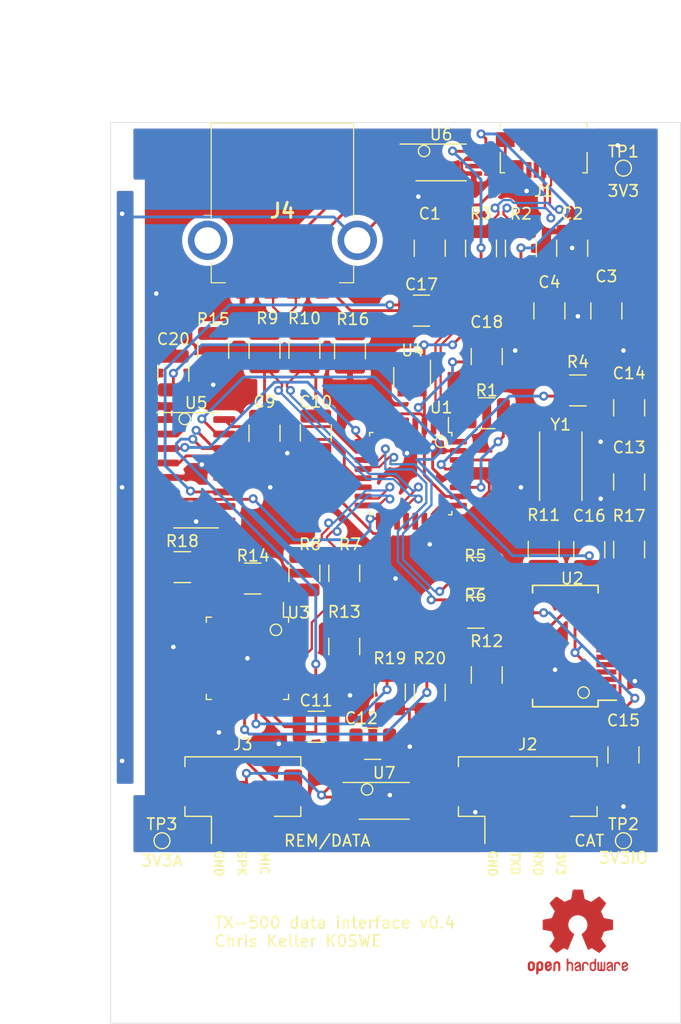
<source format=kicad_pcb>
(kicad_pcb (version 20171130) (host pcbnew "(5.1.9-0-10_14)")
  (title_block (title "TX-500 Data Interface") (date 2021-03-22) (rev 0.4) (company "Chris Keller K0SWE") (comment 1 "Licensed under Apache-2.0"))
  (layers (0 F.Cu signal) (31 B.Cu signal) (35 F.Paste user) (37 F.SilkS user) (38 B.Mask user) (39 F.Mask user) (44 Edge.Cuts user))
  (net 0 "")
  (net 1 GNDREF)
  (net 2 VBUS)
  (net 3 "Net-(R1-Pad1)")
  (net 4 "Net-(C14-Pad1)")
  (net 5 /D0-)
  (net 6 /D0+)
  (net 7 /D1+)
  (net 8 /D1-)
  (net 9 /D2+)
  (net 10 /D2-)
  (net 11 /D3+)
  (net 12 /D3-)
  (net 13 /XTAL1)
  (net 14 /XTAL2)
  (net 15 "Net-(C12-Pad2)")
  (net 16 /SPK)
  (net 17 /DR+)
  (net 18 /DR-)
  (net 19 /TXD)
  (net 20 /RXD)
  (net 21 /MIC)
  (net 22 "Net-(J4-Pad3)")
  (net 23 "Net-(J4-Pad2)")
  (net 24 "Net-(R11-Pad1)")
  (net 25 "Net-(R12-Pad1)")
  (net 26 "Net-(R13-Pad1)")
  (net 27 "Net-(R14-Pad1)")
  (net 28 /3V3IO)
  (net 29 +3V3)
  (net 30 /PWREN)
  (net 31 GND1)
  (net 32 /3V3A)
  (net 33 /5VB)
  (net 34 /5VA)
  (net 35 /5VC)
  (net 36 /EN1)
  (net 37 /OC1)
  (net 38 /EN2)
  (net 39 /OC2)
  (net 40 /EN3)
  (net 41 /OC3)
  (net 42 "Net-(R18-Pad2)")
  (net 43 "Net-(R20-Pad2)")
  (net 44 "Net-(R19-Pad2)")
  (net 45 "Net-(J1-Pad4)")
  (net 46 "Net-(U1-Pad4)")
  (net 47 "Net-(U1-Pad5)")
  (net 48 "Net-(U1-Pad21)")
  (net 49 "Net-(U1-Pad32)")
  (net 50 "Net-(U2-Pad2)")
  (net 51 "Net-(U2-Pad3)")
  (net 52 "Net-(U2-Pad6)")
  (net 53 "Net-(U2-Pad9)")
  (net 54 "Net-(U2-Pad10)")
  (net 55 "Net-(U2-Pad11)")
  (net 56 "Net-(U2-Pad12)")
  (net 57 "Net-(U2-Pad13)")
  (net 58 "Net-(U2-Pad19)")
  (net 59 "Net-(U2-Pad22)")
  (net 60 "Net-(U2-Pad23)")
  (net 61 "Net-(U2-Pad27)")
  (net 62 "Net-(U2-Pad28)")
  (net 63 "Net-(U3-Pad1)")
  (net 64 "Net-(U3-Pad2)")
  (net 65 "Net-(U3-Pad3)")
  (net 66 "Net-(U3-Pad4)")
  (net 67 "Net-(U3-Pad5)")
  (net 68 "Net-(U3-Pad7)")
  (net 69 "Net-(U3-Pad11)")
  (net 70 "Net-(U3-Pad17)")
  (net 71 "Net-(U3-Pad19)")
  (net 72 "Net-(U3-Pad26)")
  (net 73 "Net-(U3-Pad27)")
  (net 74 "Net-(U3-Pad31)")
  (net 75 "Net-(U3-Pad39)")
  (net 76 "Net-(U3-Pad41)")
  (net 77 "Net-(U3-Pad42)")
  (net 78 "Net-(U3-Pad47)")
  (net 79 "Net-(U4-Pad4)")
  (net 80 "Net-(U5-Pad10)")
  (net 81 "Net-(U5-Pad9)")
  (module Resistor_SMD:R_1210_3225Metric (layer F.Cu) (at 157 108 90)
    (fp_text reference R20 (at 3 0 180) (layer F.SilkS))
    (fp_text value 0Ω)
    (pad 2 smd roundrect (at 1.4625 0 90) (size 1.125 2.65) (layers F.Cu F.Paste F.Mask) (roundrect_rratio 0.222222) (net 43 "Net-(R20-Pad2)"))
    (pad 1 smd roundrect (at -1.4625 0 90) (size 1.125 2.65) (layers F.Cu F.Paste F.Mask) (roundrect_rratio 0.222222) (net 15 "Net-(C12-Pad2)"))
  )
  (module Resistor_SMD:R_1210_3225Metric (layer F.Cu) (at 153.5 107.9625 90)
    (fp_text reference R19 (at 2.9625 0 180) (layer F.SilkS))
    (fp_text value 0Ω)
    (pad 2 smd roundrect (at 1.4625 0 90) (size 1.125 2.65) (layers F.Cu F.Paste F.Mask) (roundrect_rratio 0.222222) (net 44 "Net-(R19-Pad2)"))
    (pad 1 smd roundrect (at -1.4625 0 90) (size 1.125 2.65) (layers F.Cu F.Paste F.Mask) (roundrect_rratio 0.222222) (net 15 "Net-(C12-Pad2)"))
  )
  (module Resistor_SMD:R_1210_3225Metric (layer F.Cu) (at 135.2875 97)
    (fp_text reference R18 (at 0 -2.28) (layer F.SilkS))
    (fp_text value 15kΩ)
    (pad 2 smd roundrect (at 1.4625 0) (size 1.125 2.65) (layers F.Cu F.Paste F.Mask) (roundrect_rratio 0.222222) (net 42 "Net-(R18-Pad2)"))
    (pad 1 smd roundrect (at -1.4625 0) (size 1.125 2.65) (layers F.Cu F.Paste F.Mask) (roundrect_rratio 0.222222) (net 2 VBUS))
  )
  (module Symbol:OSHW-Logo2_9.8x8mm_Copper (layer F.Cu) (at 170 129)
    (fp_text reference LOGO1 hide)
    (fp_text value Logo_Open_Hardware_Small hide)
    (fp_poly (pts (xy -3.231114 2.584505) (xy -3.156461 2.621727) (xy -3.090569 2.690261) (xy -3.072423 2.715648) (xy -3.052655 2.748866) (xy -3.039828 2.784945) (xy -3.03249 2.833098) (xy -3.029187 2.902536) (xy -3.028462 2.994206) (xy -3.031737 3.11983) (xy -3.043123 3.214154) (xy -3.064959 3.284523) (xy -3.099581 3.338286) (xy -3.14933 3.382788) (xy -3.152986 3.385423) (xy -3.202015 3.412377) (xy -3.261055 3.425712) (xy -3.336141 3.429) (xy -3.458205 3.429) (xy -3.458256 3.547497) (xy -3.459392 3.613492) (xy -3.466314 3.652202) (xy -3.484402 3.675419) (xy -3.519038 3.694933) (xy -3.527355 3.69892) (xy -3.56628 3.717603) (xy -3.596417 3.729403) (xy -3.618826 3.730422) (xy -3.634567 3.716761) (xy -3.644698 3.684522) (xy -3.650277 3.629804) (xy -3.652365 3.548711) (xy -3.652019 3.437344) (xy -3.6503 3.291802) (xy -3.649763 3.248269) (xy -3.647828 3.098205) (xy -3.646096 3.000042) (xy -3.458308 3.000042) (xy -3.457252 3.083364) (xy -3.452562 3.13788) (xy -3.441949 3.173837) (xy -3.423128 3.201482) (xy -3.41035 3.214965) (xy -3.35811 3.254417) (xy -3.311858 3.257628) (xy -3.264133 3.225049) (xy -3.262923 3.223846) (xy -3.243506 3.198668) (xy -3.231693 3.164447) (xy -3.225735 3.111748) (xy -3.22388 3.031131) (xy -3.223846 3.013271) (xy -3.22833 2.902175) (xy -3.242926 2.825161) (xy -3.26935 2.778147) (xy -3.309317 2.75705) (xy -3.332416 2.754923) (xy -3.387238 2.7649) (xy -3.424842 2.797752) (xy -3.447477 2.857857) (xy -3.457394 2.949598) (xy -3.458308 3.000042) (xy -3.646096 3.000042) (xy -3.645778 2.98206) (xy -3.643127 2.894679) (xy -3.639394 2.830905) (xy -3.634093 2.785582) (xy -3.626742 2.753555) (xy -3.616857 2.729668) (xy -3.603954 2.708764) (xy -3.598421 2.700898) (xy -3.525031 2.626595) (xy -3.43224 2.584467) (xy -3.324904 2.572722) (xy -3.231114 2.584505)) (layer F.Cu) (width 0.01))
    (fp_poly (pts (xy -1.728336 2.595089) (xy -1.665633 2.631358) (xy -1.622039 2.667358) (xy -1.590155 2.705075) (xy -1.56819 2.751199) (xy -1.554351 2.812421) (xy -1.546847 2.895431) (xy -1.543883 3.006919) (xy -1.543539 3.087062) (xy -1.543539 3.382065) (xy -1.709615 3.456515) (xy -1.719385 3.133402) (xy -1.723421 3.012729) (xy -1.727656 2.925141) (xy -1.732903 2.86465) (xy -1.739975 2.825268) (xy -1.749689 2.801007) (xy -1.762856 2.78588) (xy -1.767081 2.782606) (xy -1.831091 2.757034) (xy -1.895792 2.767153) (xy -1.934308 2.794) (xy -1.949975 2.813024) (xy -1.96082 2.837988) (xy -1.967712 2.875834) (xy -1.971521 2.933502) (xy -1.973117 3.017935) (xy -1.973385 3.105928) (xy -1.973437 3.216323) (xy -1.975328 3.294463) (xy -1.981655 3.347165) (xy -1.995017 3.381242) (xy -2.018015 3.403511) (xy -2.053246 3.420787) (xy -2.100303 3.438738) (xy -2.151697 3.458278) (xy -2.145579 3.111485) (xy -2.143116 2.986468) (xy -2.140233 2.894082) (xy -2.136102 2.827881) (xy -2.129893 2.78142) (xy -2.120774 2.748256) (xy -2.107917 2.721944) (xy -2.092416 2.698729) (xy -2.017629 2.624569) (xy -1.926372 2.581684) (xy -1.827117 2.571412) (xy -1.728336 2.595089)) (layer F.Cu) (width 0.01))
    (fp_poly (pts (xy -3.983114 2.587256) (xy -3.891536 2.635409) (xy -3.823951 2.712905) (xy -3.799943 2.762727) (xy -3.781262 2.837533) (xy -3.771699 2.932052) (xy -3.770792 3.03521) (xy -3.778079 3.135935) (xy -3.793097 3.223153) (xy -3.815385 3.285791) (xy -3.822235 3.296579) (xy -3.903368 3.377105) (xy -3.999734 3.425336) (xy -4.104299 3.43945) (xy -4.210032 3.417629) (xy -4.239457 3.404547) (xy -4.296759 3.364231) (xy -4.34705 3.310775) (xy -4.351803 3.303995) (xy -4.371122 3.271321) (xy -4.383892 3.236394) (xy -4.391436 3.190414) (xy -4.395076 3.124584) (xy -4.396135 3.030105) (xy -4.396154 3.008923) (xy -4.396106 3.002182) (xy -4.200769 3.002182) (xy -4.199632 3.091349) (xy -4.195159 3.15052) (xy -4.185754 3.188741) (xy -4.169824 3.215053) (xy -4.161692 3.223846) (xy -4.114942 3.257261) (xy -4.069553 3.255737) (xy -4.02366 3.226752) (xy -3.996288 3.195809) (xy -3.980077 3.150643) (xy -3.970974 3.07942) (xy -3.970349 3.071114) (xy -3.968796 2.942037) (xy -3.985035 2.846172) (xy -4.018848 2.784107) (xy -4.070016 2.756432) (xy -4.08828 2.754923) (xy -4.13624 2.762513) (xy -4.169047 2.788808) (xy -4.189105 2.839095) (xy -4.198822 2.918664) (xy -4.200769 3.002182) (xy -4.396106 3.002182) (xy -4.395426 2.908249) (xy -4.392371 2.837906) (xy -4.385678 2.789163) (xy -4.37404 2.753288) (xy -4.356147 2.721548) (xy -4.352192 2.715648) (xy -4.285733 2.636104) (xy -4.213315 2.589929) (xy -4.125151 2.571599) (xy -4.095213 2.570703) (xy -3.983114 2.587256)) (layer F.Cu) (width 0.01))
    (fp_poly (pts (xy -2.465746 2.599745) (xy -2.388714 2.651567) (xy -2.329184 2.726412) (xy -2.293622 2.821654) (xy -2.286429 2.891756) (xy -2.287246 2.921009) (xy -2.294086 2.943407) (xy -2.312888 2.963474) (xy -2.349592 2.985733) (xy -2.410138 3.014709) (xy -2.500466 3.054927) (xy -2.500923 3.055129) (xy -2.584067 3.09321) (xy -2.652247 3.127025) (xy -2.698495 3.152933) (xy -2.715842 3.167295) (xy -2.715846 3.167411) (xy -2.700557 3.198685) (xy -2.664804 3.233157) (xy -2.623758 3.25799) (xy -2.602963 3.262923) (xy -2.54623 3.245862) (xy -2.497373 3.203133) (xy -2.473535 3.156155) (xy -2.450603 3.121522) (xy -2.405682 3.082081) (xy -2.352877 3.048009) (xy -2.30629 3.02948) (xy -2.296548 3.028462) (xy -2.285582 3.045215) (xy -2.284921 3.088039) (xy -2.29298 3.145781) (xy -2.308173 3.207289) (xy -2.328914 3.261409) (xy -2.329962 3.26351) (xy -2.392379 3.35066) (xy -2.473274 3.409939) (xy -2.565144 3.439034) (xy -2.660487 3.435634) (xy -2.751802 3.397428) (xy -2.755862 3.394741) (xy -2.827694 3.329642) (xy -2.874927 3.244705) (xy -2.901066 3.133021) (xy -2.904574 3.101643) (xy -2.910787 2.953536) (xy -2.903339 2.884468) (xy -2.715846 2.884468) (xy -2.71341 2.927552) (xy -2.700086 2.940126) (xy -2.666868 2.930719) (xy -2.614506 2.908483) (xy -2.555976 2.88061) (xy -2.554521 2.879872) (xy -2.504911 2.853777) (xy -2.485 2.836363) (xy -2.48991 2.818107) (xy -2.510584 2.79412) (xy -2.563181 2.759406) (xy -2.619823 2.756856) (xy -2.670631 2.782119) (xy -2.705724 2.830847) (xy -2.715846 2.884468) (xy -2.903339 2.884468) (xy -2.898008 2.835036) (xy -2.865222 2.741055) (xy -2.819579 2.675215) (xy -2.737198 2.608681) (xy -2.646454 2.575676) (xy -2.553815 2.573573) (xy -2.465746 2.599745)) (layer F.Cu) (width 0.01))
    (fp_poly (pts (xy -0.840154 2.49212) (xy -0.834428 2.57198) (xy -0.827851 2.619039) (xy -0.818738 2.639566) (xy -0.805402 2.639829) (xy -0.801077 2.637378) (xy -0.743556 2.619636) (xy -0.668732 2.620672) (xy -0.592661 2.63891) (xy -0.545082 2.662505) (xy -0.496298 2.700198) (xy -0.460636 2.742855) (xy -0.436155 2.797057) (xy -0.420913 2.869384) (xy -0.41297 2.966419) (xy -0.410384 3.094742) (xy -0.410338 3.119358) (xy -0.410308 3.39587) (xy -0.471839 3.41732) (xy -0.515541 3.431912) (xy -0.539518 3.438706) (xy -0.540223 3.438769) (xy -0.542585 3.420345) (xy -0.544594 3.369526) (xy -0.546099 3.292993) (xy -0.546947 3.19743) (xy -0.547077 3.139329) (xy -0.547349 3.024771) (xy -0.548748 2.942667) (xy -0.552151 2.886393) (xy -0.558433 2.849326) (xy -0.568471 2.824844) (xy -0.583139 2.806325) (xy -0.592298 2.797406) (xy -0.655211 2.761466) (xy -0.723864 2.758775) (xy -0.786152 2.78917) (xy -0.797671 2.800144) (xy -0.814567 2.820779) (xy -0.826286 2.845256) (xy -0.833767 2.880647) (xy -0.837946 2.934026) (xy -0.839763 3.012466) (xy -0.840154 3.120617) (xy -0.840154 3.39587) (xy -0.901685 3.41732) (xy -0.945387 3.431912) (xy -0.969364 3.438706) (xy -0.97007 3.438769) (xy -0.971874 3.420069) (xy -0.9735 3.367322) (xy -0.974883 3.285557) (xy -0.975958 3.179805) (xy -0.97666 3.055094) (xy -0.976923 2.916455) (xy -0.976923 2.381806) (xy -0.849923 2.328236) (xy -0.840154 2.49212)) (layer F.Cu) (width 0.01))
    (fp_poly (pts (xy 0.053501 2.626303) (xy 0.13006 2.654733) (xy 0.130936 2.655279) (xy 0.178285 2.690127) (xy 0.213241 2.730852) (xy 0.237825 2.783925) (xy 0.254062 2.855814) (xy 0.263975 2.952992) (xy 0.269586 3.081928) (xy 0.270077 3.100298) (xy 0.277141 3.377287) (xy 0.217695 3.408028) (xy 0.174681 3.428802) (xy 0.14871 3.438646) (xy 0.147509 3.438769) (xy 0.143014 3.420606) (xy 0.139444 3.371612) (xy 0.137248 3.300031) (xy 0.136769 3.242068) (xy 0.136758 3.14817) (xy 0.132466 3.089203) (xy 0.117503 3.061079) (xy 0.085482 3.059706) (xy 0.030014 3.080998) (xy -0.053731 3.120136) (xy -0.115311 3.152643) (xy -0.146983 3.180845) (xy -0.156294 3.211582) (xy -0.156308 3.213104) (xy -0.140943 3.266054) (xy -0.095453 3.29466) (xy -0.025834 3.298803) (xy 0.024313 3.298084) (xy 0.050754 3.312527) (xy 0.067243 3.347218) (xy 0.076733 3.391416) (xy 0.063057 3.416493) (xy 0.057907 3.420082) (xy 0.009425 3.434496) (xy -0.058469 3.436537) (xy -0.128388 3.426983) (xy -0.177932 3.409522) (xy -0.24643 3.351364) (xy -0.285366 3.270408) (xy -0.293077 3.20716) (xy -0.287193 3.150111) (xy -0.265899 3.103542) (xy -0.223735 3.062181) (xy -0.155241 3.020755) (xy -0.054956 2.973993) (xy -0.048846 2.97135) (xy 0.04149 2.929617) (xy 0.097235 2.895391) (xy 0.121129 2.864635) (xy 0.115913 2.833311) (xy 0.084328 2.797383) (xy 0.074883 2.789116) (xy 0.011617 2.757058) (xy -0.053936 2.758407) (xy -0.111028 2.789838) (xy -0.148907 2.848024) (xy -0.152426 2.859446) (xy -0.1867 2.914837) (xy -0.230191 2.941518) (xy -0.293077 2.96796) (xy -0.293077 2.899548) (xy -0.273948 2.80011) (xy -0.217169 2.708902) (xy -0.187622 2.678389) (xy -0.120458 2.639228) (xy -0.035044 2.6215) (xy 0.053501 2.626303)) (layer F.Cu) (width 0.01))
    (fp_poly (pts (xy 0.713362 2.62467) (xy 0.802117 2.657421) (xy 0.874022 2.71535) (xy 0.902144 2.756128) (xy 0.932802 2.830954) (xy 0.932165 2.885058) (xy 0.899987 2.921446) (xy 0.888081 2.927633) (xy 0.836675 2.946925) (xy 0.810422 2.941982) (xy 0.80153 2.909587) (xy 0.801077 2.891692) (xy 0.784797 2.825859) (xy 0.742365 2.779807) (xy 0.683388 2.757564) (xy 0.617475 2.763161) (xy 0.563895 2.792229) (xy 0.545798 2.80881) (xy 0.532971 2.828925) (xy 0.524306 2.859332) (xy 0.518696 2.906788) (xy 0.515035 2.97805) (xy 0.512215 3.079875) (xy 0.511484 3.112115) (xy 0.50882 3.22241) (xy 0.505792 3.300036) (xy 0.50125 3.351396) (xy 0.494046 3.38289) (xy 0.483033 3.40092) (xy 0.46706 3.411888) (xy 0.456834 3.416733) (xy 0.413406 3.433301) (xy 0.387842 3.438769) (xy 0.379395 3.420507) (xy 0.374239 3.365296) (xy 0.372346 3.272499) (xy 0.373689 3.141478) (xy 0.374107 3.121269) (xy 0.377058 3.001733) (xy 0.380548 2.914449) (xy 0.385514 2.852591) (xy 0.392893 2.809336) (xy 0.403624 2.77786) (xy 0.418645 2.751339) (xy 0.426502 2.739975) (xy 0.471553 2.689692) (xy 0.52194 2.650581) (xy 0.528108 2.647167) (xy 0.618458 2.620212) (xy 0.713362 2.62467)) (layer F.Cu) (width 0.01))
    (fp_poly (pts (xy 1.602081 2.780289) (xy 1.601833 2.92632) (xy 1.600872 3.038655) (xy 1.598794 3.122678) (xy 1.595193 3.183769) (xy 1.589665 3.227309) (xy 1.581804 3.258679) (xy 1.571207 3.283262) (xy 1.563182 3.297294) (xy 1.496728 3.373388) (xy 1.41247 3.421084) (xy 1.319249 3.438199) (xy 1.2259 3.422546) (xy 1.170312 3.394418) (xy 1.111957 3.34576) (xy 1.072186 3.286333) (xy 1.04819 3.208507) (xy 1.037161 3.104652) (xy 1.035599 3.028462) (xy 1.035809 3.022986) (xy 1.172308 3.022986) (xy 1.173141 3.110355) (xy 1.176961 3.168192) (xy 1.185746 3.206029) (xy 1.201474 3.233398) (xy 1.220266 3.254042) (xy 1.283375 3.29389) (xy 1.351137 3.297295) (xy 1.415179 3.264025) (xy 1.420164 3.259517) (xy 1.441439 3.236067) (xy 1.454779 3.208166) (xy 1.462001 3.166641) (xy 1.464923 3.102316) (xy 1.465385 3.0312) (xy 1.464383 2.941858) (xy 1.460238 2.882258) (xy 1.451236 2.843089) (xy 1.435667 2.81504) (xy 1.422902 2.800144) (xy 1.3636 2.762575) (xy 1.295301 2.758057) (xy 1.23011 2.786753) (xy 1.217528 2.797406) (xy 1.196111 2.821063) (xy 1.182744 2.849251) (xy 1.175566 2.891245) (xy 1.172719 2.956319) (xy 1.172308 3.022986) (xy 1.035809 3.022986) (xy 1.040322 2.905765) (xy 1.056362 2.813577) (xy 1.086528 2.744269) (xy 1.133629 2.690211) (xy 1.170312 2.662505) (xy 1.23699 2.632572) (xy 1.314272 2.618678) (xy 1.38611 2.622397) (xy 1.426308 2.6374) (xy 1.442082 2.64167) (xy 1.45255 2.62575) (xy 1.459856 2.583089) (xy 1.465385 2.518106) (xy 1.471437 2.445732) (xy 1.479844 2.402187) (xy 1.495141 2.377287) (xy 1.521864 2.360845) (xy 1.538654 2.353564) (xy 1.602154 2.326963) (xy 1.602081 2.780289)) (layer F.Cu) (width 0.01))
    (fp_poly (pts (xy 2.395929 2.636662) (xy 2.398911 2.688068) (xy 2.401247 2.766192) (xy 2.402749 2.864857) (xy 2.403231 2.968343) (xy 2.403231 3.318533) (xy 2.341401 3.380363) (xy 2.298793 3.418462) (xy 2.26139 3.433895) (xy 2.21027 3.432918) (xy 2.189978 3.430433) (xy 2.126554 3.4232) (xy 2.074095 3.419055) (xy 2.061308 3.418672) (xy 2.018199 3.421176) (xy 1.956544 3.427462) (xy 1.932638 3.430433) (xy 1.873922 3.435028) (xy 1.834464 3.425046) (xy 1.795338 3.394228) (xy 1.781215 3.380363) (xy 1.719385 3.318533) (xy 1.719385 2.663503) (xy 1.76915 2.640829) (xy 1.812002 2.624034) (xy 1.837073 2.618154) (xy 1.843501 2.636736) (xy 1.849509 2.688655) (xy 1.854697 2.768172) (xy 1.858664 2.869546) (xy 1.860577 2.955192) (xy 1.865923 3.292231) (xy 1.91256 3.298825) (xy 1.954976 3.294214) (xy 1.97576 3.279287) (xy 1.98157 3.251377) (xy 1.98653 3.191925) (xy 1.990246 3.108466) (xy 1.992324 3.008532) (xy 1.992624 2.957104) (xy 1.992923 2.661054) (xy 2.054454 2.639604) (xy 2.098004 2.62502) (xy 2.121694 2.618219) (xy 2.122377 2.618154) (xy 2.124754 2.636642) (xy 2.127366 2.687906) (xy 2.129995 2.765649) (xy 2.132421 2.863574) (xy 2.134115 2.955192) (xy 2.139461 3.292231) (xy 2.256692 3.292231) (xy 2.262072 2.984746) (xy 2.267451 2.677261) (xy 2.324601 2.647707) (xy 2.366797 2.627413) (xy 2.39177 2.618204) (xy 2.392491 2.618154) (xy 2.395929 2.636662)) (layer F.Cu) (width 0.01))
    (fp_poly (pts (xy 2.887333 2.633528) (xy 2.94359 2.659117) (xy 2.987747 2.690124) (xy 3.020101 2.724795) (xy 3.042438 2.76952) (xy 3.056546 2.830692) (xy 3.064211 2.914701) (xy 3.06722 3.02794) (xy 3.067538 3.102509) (xy 3.067538 3.39342) (xy 3.017773 3.416095) (xy 2.978576 3.432667) (xy 2.959157 3.438769) (xy 2.955442 3.42061) (xy 2.952495 3.371648) (xy 2.950691 3.300153) (xy 2.950308 3.243385) (xy 2.948661 3.161371) (xy 2.944222 3.096309) (xy 2.93774 3.056467) (xy 2.93259 3.048) (xy 2.897977 3.056646) (xy 2.84364 3.078823) (xy 2.780722 3.108886) (xy 2.720368 3.141192) (xy 2.673721 3.170098) (xy 2.651926 3.189961) (xy 2.651839 3.190175) (xy 2.653714 3.226935) (xy 2.670525 3.262026) (xy 2.700039 3.290528) (xy 2.743116 3.300061) (xy 2.779932 3.29895) (xy 2.832074 3.298133) (xy 2.859444 3.310349) (xy 2.875882 3.342624) (xy 2.877955 3.34871) (xy 2.885081 3.394739) (xy 2.866024 3.422687) (xy 2.816353 3.436007) (xy 2.762697 3.43847) (xy 2.666142 3.42021) (xy 2.616159 3.394131) (xy 2.554429 3.332868) (xy 2.52169 3.25767) (xy 2.518753 3.178211) (xy 2.546424 3.104167) (xy 2.588047 3.057769) (xy 2.629604 3.031793) (xy 2.694922 2.998907) (xy 2.771038 2.965557) (xy 2.783726 2.960461) (xy 2.867333 2.923565) (xy 2.91553 2.891046) (xy 2.93103 2.858718) (xy 2.91655 2.822394) (xy 2.891692 2.794) (xy 2.832939 2.759039) (xy 2.768293 2.756417) (xy 2.709008 2.783358) (xy 2.666339 2.837088) (xy 2.660739 2.85095) (xy 2.628133 2.901936) (xy 2.58053 2.939787) (xy 2.520461 2.97085) (xy 2.520461 2.882768) (xy 2.523997 2.828951) (xy 2.539156 2.786534) (xy 2.572768 2.741279) (xy 2.605035 2.70642) (xy 2.655209 2.657062) (xy 2.694193 2.630547) (xy 2.736064 2.619911) (xy 2.78346 2.618154) (xy 2.887333 2.633528)) (layer F.Cu) (width 0.01))
    (fp_poly (pts (xy 3.570807 2.636782) (xy 3.594161 2.646988) (xy 3.649902 2.691134) (xy 3.697569 2.754967) (xy 3.727048 2.823087) (xy 3.731846 2.85667) (xy 3.71576 2.903556) (xy 3.680475 2.928365) (xy 3.642644 2.943387) (xy 3.625321 2.946155) (xy 3.616886 2.926066) (xy 3.60023 2.882351) (xy 3.592923 2.862598) (xy 3.551948 2.794271) (xy 3.492622 2.760191) (xy 3.416552 2.761239) (xy 3.410918 2.762581) (xy 3.370305 2.781836) (xy 3.340448 2.819375) (xy 3.320055 2.879809) (xy 3.307836 2.967751) (xy 3.3025 3.087813) (xy 3.302 3.151698) (xy 3.301752 3.252403) (xy 3.300126 3.321054) (xy 3.295801 3.364673) (xy 3.287454 3.390282) (xy 3.273765 3.404903) (xy 3.253411 3.415558) (xy 3.252234 3.416095) (xy 3.213038 3.432667) (xy 3.193619 3.438769) (xy 3.190635 3.420319) (xy 3.188081 3.369323) (xy 3.18614 3.292308) (xy 3.184997 3.195805) (xy 3.184769 3.125184) (xy 3.185932 2.988525) (xy 3.190479 2.884851) (xy 3.199999 2.808108) (xy 3.216081 2.752246) (xy 3.240313 2.711212) (xy 3.274286 2.678954) (xy 3.307833 2.65644) (xy 3.388499 2.626476) (xy 3.482381 2.619718) (xy 3.570807 2.636782)) (layer F.Cu) (width 0.01))
    (fp_poly (pts (xy 4.245224 2.647838) (xy 4.322528 2.698361) (xy 4.359814 2.74359) (xy 4.389353 2.825663) (xy 4.391699 2.890607) (xy 4.386385 2.977445) (xy 4.186115 3.065103) (xy 4.088739 3.109887) (xy 4.025113 3.145913) (xy 3.992029 3.177117) (xy 3.98628 3.207436) (xy 4.004658 3.240805) (xy 4.024923 3.262923) (xy 4.083889 3.298393) (xy 4.148024 3.300879) (xy 4.206926 3.273235) (xy 4.250197 3.21832) (xy 4.257936 3.198928) (xy 4.295006 3.138364) (xy 4.337654 3.112552) (xy 4.396154 3.090471) (xy 4.396154 3.174184) (xy 4.390982 3.23115) (xy 4.370723 3.279189) (xy 4.328262 3.334346) (xy 4.321951 3.341514) (xy 4.27472 3.390585) (xy 4.234121 3.41692) (xy 4.183328 3.429035) (xy 4.14122 3.433003) (xy 4.065902 3.433991) (xy 4.012286 3.421466) (xy 3.978838 3.402869) (xy 3.926268 3.361975) (xy 3.889879 3.317748) (xy 3.86685 3.262126) (xy 3.854359 3.187047) (xy 3.849587 3.084449) (xy 3.849206 3.032376) (xy 3.850501 2.969948) (xy 3.968471 2.969948) (xy 3.969839 3.003438) (xy 3.973249 3.008923) (xy 3.995753 3.001472) (xy 4.044182 2.981753) (xy 4.108908 2.953718) (xy 4.122443 2.947692) (xy 4.204244 2.906096) (xy 4.249312 2.869538) (xy 4.259217 2.835296) (xy 4.235526 2.800648) (xy 4.21596 2.785339) (xy 4.14536 2.754721) (xy 4.07928 2.75978) (xy 4.023959 2.797151) (xy 3.985636 2.863473) (xy 3.973349 2.916116) (xy 3.968471 2.969948) (xy 3.850501 2.969948) (xy 3.85173 2.91072) (xy 3.861032 2.82071) (xy 3.87946 2.755167) (xy 3.90936 2.706912) (xy 3.95308 2.668767) (xy 3.972141 2.65644) (xy 4.058726 2.624336) (xy 4.153522 2.622316) (xy 4.245224 2.647838)) (layer F.Cu) (width 0.01))
    (fp_poly (pts (xy 0.139878 -3.712224) (xy 0.245612 -3.711645) (xy 0.322132 -3.710078) (xy 0.374372 -3.707028) (xy 0.407263 -3.702004) (xy 0.425737 -3.694511) (xy 0.434727 -3.684056) (xy 0.439163 -3.670147) (xy 0.439594 -3.668346) (xy 0.446333 -3.635855) (xy 0.458808 -3.571748) (xy 0.475719 -3.482849) (xy 0.495771 -3.375981) (xy 0.517664 -3.257967) (xy 0.518429 -3.253822) (xy 0.540359 -3.138169) (xy 0.560877 -3.035986) (xy 0.578659 -2.953402) (xy 0.592381 -2.896544) (xy 0.600718 -2.871542) (xy 0.601116 -2.871099) (xy 0.625677 -2.85889) (xy 0.676315 -2.838544) (xy 0.742095 -2.814455) (xy 0.742461 -2.814326) (xy 0.825317 -2.783182) (xy 0.923 -2.743509) (xy 1.015077 -2.703619) (xy 1.019434 -2.701647) (xy 1.169407 -2.63358) (xy 1.501498 -2.860361) (xy 1.603374 -2.929496) (xy 1.695657 -2.991303) (xy 1.773003 -3.042267) (xy 1.830064 -3.078873) (xy 1.861495 -3.097606) (xy 1.864479 -3.098996) (xy 1.887321 -3.09281) (xy 1.929982 -3.062965) (xy 1.994128 -3.008053) (xy 2.081421 -2.926666) (xy 2.170535 -2.840078) (xy 2.256441 -2.754753) (xy 2.333327 -2.676892) (xy 2.396564 -2.611303) (xy 2.441523 -2.562795) (xy 2.463576 -2.536175) (xy 2.464396 -2.534805) (xy 2.466834 -2.516537) (xy 2.45765 -2.486705) (xy 2.434574 -2.441279) (xy 2.395337 -2.37623) (xy 2.33767 -2.28753) (xy 2.260795 -2.173343) (xy 2.19257 -2.072838) (xy 2.131582 -1.982697) (xy 2.081356 -1.908151) (xy 2.045416 -1.854435) (xy 2.027287 -1.826782) (xy 2.026146 -1.824905) (xy 2.028359 -1.79841) (xy 2.045138 -1.746914) (xy 2.073142 -1.680149) (xy 2.083122 -1.658828) (xy 2.126672 -1.563841) (xy 2.173134 -1.456063) (xy 2.210877 -1.362808) (xy 2.238073 -1.293594) (xy 2.259675 -1.240994) (xy 2.272158 -1.213503) (xy 2.273709 -1.211384) (xy 2.296668 -1.207876) (xy 2.350786 -1.198262) (xy 2.428868 -1.183911) (xy 2.523719 -1.166193) (xy 2.628143 -1.146475) (xy 2.734944 -1.126126) (xy 2.836926 -1.106514) (xy 2.926894 -1.089009) (xy 2.997653 -1.074978) (xy 3.042006 -1.065791) (xy 3.052885 -1.063193) (xy 3.064122 -1.056782) (xy 3.072605 -1.042303) (xy 3.078714 -1.014867) (xy 3.082832 -0.969589) (xy 3.085341 -0.90158) (xy 3.086621 -0.805953) (xy 3.087054 -0.67782) (xy 3.087077 -0.625299) (xy 3.087077 -0.198155) (xy 2.9845 -0.177909) (xy 2.927431 -0.16693) (xy 2.842269 -0.150905) (xy 2.739372 -0.131767) (xy 2.629096 -0.111449) (xy 2.598615 -0.105868) (xy 2.496855 -0.086083) (xy 2.408205 -0.066627) (xy 2.340108 -0.049303) (xy 2.300004 -0.035912) (xy 2.293323 -0.031921) (xy 2.276919 -0.003658) (xy 2.253399 0.051109) (xy 2.227316 0.121588) (xy 2.222142 0.136769) (xy 2.187956 0.230896) (xy 2.145523 0.337101) (xy 2.103997 0.432473) (xy 2.103792 0.432916) (xy 2.03464 0.582525) (xy 2.489512 1.251617) (xy 2.1975 1.544116) (xy 2.10918 1.63117) (xy 2.028625 1.707909) (xy 1.96036 1.770237) (xy 1.908908 1.814056) (xy 1.878794 1.83527) (xy 1.874474 1.836616) (xy 1.849111 1.826016) (xy 1.797358 1.796547) (xy 1.724868 1.751705) (xy 1.637294 1.694984) (xy 1.542612 1.631462) (xy 1.446516 1.566668) (xy 1.360837 1.510287) (xy 1.291016 1.465788) (xy 1.242494 1.436639) (xy 1.220782 1.426308) (xy 1.194293 1.43505) (xy 1.144062 1.458087) (xy 1.080451 1.490631) (xy 1.073708 1.494249) (xy 0.988046 1.53721) (xy 0.929306 1.558279) (xy 0.892772 1.558503) (xy 0.873731 1.538928) (xy 0.87362 1.538654) (xy 0.864102 1.515472) (xy 0.841403 1.460441) (xy 0.807282 1.377822) (xy 0.7635 1.271872) (xy 0.711816 1.146852) (xy 0.653992 1.00702) (xy 0.597991 0.871637) (xy 0.536447 0.722234) (xy 0.479939 0.583832) (xy 0.430161 0.460673) (xy 0.388806 0.357002) (xy 0.357568 0.277059) (xy 0.338141 0.225088) (xy 0.332154 0.205692) (xy 0.347168 0.183443) (xy 0.386439 0.147982) (xy 0.438807 0.108887) (xy 0.587941 -0.014755) (xy 0.704511 -0.156478) (xy 0.787118 -0.313296) (xy 0.834366 -0.482225) (xy 0.844857 -0.660278) (xy 0.837231 -0.742461) (xy 0.795682 -0.912969) (xy 0.724123 -1.063541) (xy 0.626995 -1.192691) (xy 0.508734 -1.298936) (xy 0.37378 -1.38079) (xy 0.226571 -1.436768) (xy 0.071544 -1.465385) (xy -0.086861 -1.465156) (xy -0.244206 -1.434595) (xy -0.396054 -1.372218) (xy -0.537965 -1.27654) (xy -0.597197 -1.222428) (xy -0.710797 -1.08348) (xy -0.789894 -0.931639) (xy -0.835014 -0.771333) (xy -0.846684 -0.606988) (xy -0.825431 -0.443029) (xy -0.77178 -0.283882) (xy -0.68626 -0.133975) (xy -0.569395 0.002267) (xy -0.438807 0.108887) (xy -0.384412 0.149642) (xy -0.345986 0.184718) (xy -0.332154 0.205726) (xy -0.339397 0.228635) (xy -0.359995 0.283365) (xy -0.392254 0.365672) (xy -0.434479 0.471315) (xy -0.484977 0.59605) (xy -0.542052 0.735636) (xy -0.598146 0.87167) (xy -0.660033 1.021201) (xy -0.717356 1.159767) (xy -0.768356 1.283107) (xy -0.811273 1.386964) (xy -0.844347 1.46708) (xy -0.865819 1.519195) (xy -0.873775 1.538654) (xy -0.892571 1.558423) (xy -0.928926 1.558365) (xy -0.987521 1.537441) (xy -1.073032 1.494613) (xy -1.073708 1.494249) (xy -1.138093 1.461012) (xy -1.190139 1.436802) (xy -1.219488 1.426404) (xy -1.220783 1.426308) (xy -1.242876 1.436855) (xy -1.291652 1.466184) (xy -1.361669 1.510827) (xy -1.447486 1.567314) (xy -1.542612 1.631462) (xy -1.63946 1.696411) (xy -1.726747 1.752896) (xy -1.798819 1.797421) (xy -1.850023 1.82649) (xy -1.874474 1.836616) (xy -1.89699 1.823307) (xy -1.942258 1.786112) (xy -2.005756 1.729128) (xy -2.082961 1.656449) (xy -2.169349 1.572171) (xy -2.197601 1.544016) (xy -2.489713 1.251416) (xy -2.267369 0.925104) (xy -2.199798 0.824897) (xy -2.140493 0.734963) (xy -2.092783 0.66051) (xy -2.059993 0.606751) (xy -2.045452 0.578894) (xy -2.045026 0.576912) (xy -2.052692 0.550655) (xy -2.073311 0.497837) (xy -2.103315 0.42731) (xy -2.124375 0.380093) (xy -2.163752 0.289694) (xy -2.200835 0.198366) (xy -2.229585 0.1212) (xy -2.237395 0.097692) (xy -2.259583 0.034916) (xy -2.281273 -0.013589) (xy -2.293187 -0.031921) (xy -2.319477 -0.043141) (xy -2.376858 -0.059046) (xy -2.457882 -0.077833) (xy -2.555105 -0.097701) (xy -2.598615 -0.105868) (xy -2.709104 -0.126171) (xy -2.815084 -0.14583) (xy -2.906199 -0.162912) (xy -2.972092 -0.175482) (xy -2.9845 -0.177909) (xy -3.087077 -0.198155) (xy -3.087077 -0.625299) (xy -3.086847 -0.765754) (xy -3.085901 -0.872021) (xy -3.083859 -0.948987) (xy -3.080338 -1.00154) (xy -3.074957 -1.034567) (xy -3.067334 -1.052955) (xy -3.057088 -1.061592) (xy -3.052885 -1.063193) (xy -3.02753 -1.068873) (xy -2.971516 -1.080205) (xy -2.892036 -1.095821) (xy -2.796288 -1.114353) (xy -2.691467 -1.134431) (xy -2.584768 -1.154688) (xy -2.483387 -1.173754) (xy -2.394521 -1.190261) (xy -2.325363 -1.202841) (xy -2.283111 -1.210125) (xy -2.27371 -1.211384) (xy -2.265193 -1.228237) (xy -2.24634 -1.27313) (xy -2.220676 -1.33757) (xy -2.210877 -1.362808) (xy -2.171352 -1.460314) (xy -2.124808 -1.568041) (xy -2.083123 -1.658828) (xy -2.05245 -1.728247) (xy -2.032044 -1.78529) (xy -2.025232 -1.820223) (xy -2.026318 -1.824905) (xy -2.040715 -1.847009) (xy -2.073588 -1.896169) (xy -2.12141 -1.967152) (xy -2.180652 -2.054722) (xy -2.247785 -2.153643) (xy -2.261059 -2.17317) (xy -2.338954 -2.28886) (xy -2.396213 -2.376956) (xy -2.435119 -2.441514) (xy -2.457956 -2.486589) (xy -2.467006 -2.516237) (xy -2.464552 -2.534515) (xy -2.464489 -2.534631) (xy -2.445173 -2.558639) (xy -2.402449 -2.605053) (xy -2.340949 -2.669063) (xy -2.265302 -2.745855) (xy -2.180139 -2.830618) (xy -2.170535 -2.840078) (xy -2.06321 -2.944011) (xy -1.980385 -3.020325) (xy -1.920395 -3.070429) (xy -1.881577 -3.09573) (xy -1.86448 -3.098996) (xy -1.839527 -3.08475) (xy -1.787745 -3.051844) (xy -1.71448 -3.003792) (xy -1.62508 -2.94411) (xy -1.524889 -2.876312) (xy -1.501499 -2.860361) (xy -1.169407 -2.63358) (xy -1.019435 -2.701647) (xy -0.92823 -2.741315) (xy -0.830331 -2.781209) (xy -0.746169 -2.813017) (xy -0.742462 -2.814326) (xy -0.676631 -2.838424) (xy -0.625884 -2.8588) (xy -0.601158 -2.871064) (xy -0.601116 -2.871099) (xy -0.593271 -2.893266) (xy -0.579934 -2.947783) (xy -0.56243 -3.02852) (xy -0.542083 -3.12935) (xy -0.520218 -3.244144) (xy -0.518429 -3.253822) (xy -0.496496 -3.372096) (xy -0.47636 -3.479458) (xy -0.45932 -3.569083) (xy -0.446672 -3.634149) (xy -0.439716 -3.667832) (xy -0.439594 -3.668346) (xy -0.435361 -3.682675) (xy -0.427129 -3.693493) (xy -0.409967 -3.701294) (xy -0.378942 -3.706571) (xy -0.329122 -3.709818) (xy -0.255576 -3.711528) (xy -0.153371 -3.712193) (xy -0.017575 -3.712307) (xy 0 -3.712308) (xy 0.139878 -3.712224)) (layer F.Cu) (width 0.01))
  )
  (module Package_SO:TSSOP-8_4.4x3mm_P0.65mm (layer F.Cu) (at 153 117.5)
    (fp_text reference U7 (at 0 -2.45) (layer F.SilkS))
    (fp_text value SN75240)
    (pad 8 smd roundrect (at 2.8625 -0.975) (size 1.475 0.4) (layers F.Cu F.Paste F.Mask) (net 19 /TXD))
    (pad 7 smd roundrect (at 2.8625 -0.325) (size 1.475 0.4) (layers F.Cu F.Paste F.Mask) (net 1 GNDREF))
    (pad 6 smd roundrect (at 2.8625 0.325) (size 1.475 0.4) (layers F.Cu F.Paste F.Mask) (net 20 /RXD))
    (pad 5 smd roundrect (at 2.8625 0.975) (size 1.475 0.4) (layers F.Cu F.Paste F.Mask) (net 1 GNDREF))
    (pad 4 smd roundrect (at -2.8625 0.975) (size 1.475 0.4) (layers F.Cu F.Paste F.Mask) (net 21 /MIC))
    (pad 3 smd roundrect (at -2.8625 0.325) (size 1.475 0.4) (layers F.Cu F.Paste F.Mask) (net 1 GNDREF))
    (pad 2 smd roundrect (at -2.8625 -0.325) (size 1.475 0.4) (layers F.Cu F.Paste F.Mask) (net 16 /SPK))
    (pad 1 smd roundrect (at -2.8625 -0.975) (size 1.475 0.4) (layers F.Cu F.Paste F.Mask) (net 1 GNDREF))
  )
  (module Package_SO:TSSOP-8_4.4x3mm_P0.65mm (layer F.Cu) (at 158 61.5)
    (fp_text reference U6 (at 0 -2.45) (layer F.SilkS))
    (fp_text value SN75240)
    (pad 8 smd roundrect (at 2.8625 -0.975) (size 1.475 0.4) (layers F.Cu F.Paste F.Mask) (net 5 /D0-))
    (pad 7 smd roundrect (at 2.8625 -0.325) (size 1.475 0.4) (layers F.Cu F.Paste F.Mask) (net 1 GNDREF))
    (pad 6 smd roundrect (at 2.8625 0.325) (size 1.475 0.4) (layers F.Cu F.Paste F.Mask) (net 6 /D0+))
    (pad 5 smd roundrect (at 2.8625 0.975) (size 1.475 0.4) (layers F.Cu F.Paste F.Mask) (net 1 GNDREF))
    (pad 4 smd roundrect (at -2.8625 0.975) (size 1.475 0.4) (layers F.Cu F.Paste F.Mask) (net 23 "Net-(J4-Pad2)"))
    (pad 3 smd roundrect (at -2.8625 0.325) (size 1.475 0.4) (layers F.Cu F.Paste F.Mask) (net 1 GNDREF))
    (pad 2 smd roundrect (at -2.8625 -0.325) (size 1.475 0.4) (layers F.Cu F.Paste F.Mask) (net 22 "Net-(J4-Pad3)"))
    (pad 1 smd roundrect (at -2.8625 -0.975) (size 1.475 0.4) (layers F.Cu F.Paste F.Mask) (net 1 GNDREF))
  )
  (module Package_SO:SOIC-16_3.9x9.9mm_P1.27mm (layer F.Cu) (at 136.5 88.5)
    (fp_text reference U5 (at 0 -5.9) (layer F.SilkS))
    (fp_text value TPS2044D)
    (pad 16 smd roundrect (at 2.475 -4.445) (size 1.95 0.6) (layers F.Cu F.Paste F.Mask) (net 37 /OC1))
    (pad 15 smd roundrect (at 2.475 -3.175) (size 1.95 0.6) (layers F.Cu F.Paste F.Mask) (net 34 /5VA))
    (pad 14 smd roundrect (at 2.475 -1.905) (size 1.95 0.6) (layers F.Cu F.Paste F.Mask) (net 33 /5VB))
    (pad 13 smd roundrect (at 2.475 -0.635) (size 1.95 0.6) (layers F.Cu F.Paste F.Mask) (net 39 /OC2))
    (pad 12 smd roundrect (at 2.475 0.635) (size 1.95 0.6) (layers F.Cu F.Paste F.Mask) (net 41 /OC3))
    (pad 11 smd roundrect (at 2.475 1.905) (size 1.95 0.6) (layers F.Cu F.Paste F.Mask) (net 35 /5VC))
    (pad 10 smd roundrect (at 2.475 3.175) (size 1.95 0.6) (layers F.Cu F.Paste F.Mask) (net 80 "Net-(U5-Pad10)"))
    (pad 9 smd roundrect (at 2.475 4.445) (size 1.95 0.6) (layers F.Cu F.Paste F.Mask) (net 81 "Net-(U5-Pad9)"))
    (pad 8 smd roundrect (at -2.475 4.445) (size 1.95 0.6) (layers F.Cu F.Paste F.Mask) (net 42 "Net-(R18-Pad2)"))
    (pad 7 smd roundrect (at -2.475 3.175) (size 1.95 0.6) (layers F.Cu F.Paste F.Mask) (net 40 /EN3))
    (pad 6 smd roundrect (at -2.475 1.905) (size 1.95 0.6) (layers F.Cu F.Paste F.Mask) (net 2 VBUS))
    (pad 5 smd roundrect (at -2.475 0.635) (size 1.95 0.6) (layers F.Cu F.Paste F.Mask) (net 1 GNDREF))
    (pad 4 smd roundrect (at -2.475 -0.635) (size 1.95 0.6) (layers F.Cu F.Paste F.Mask) (net 38 /EN2))
    (pad 3 smd roundrect (at -2.475 -1.905) (size 1.95 0.6) (layers F.Cu F.Paste F.Mask) (net 36 /EN1))
    (pad 2 smd roundrect (at -2.475 -3.175) (size 1.95 0.6) (layers F.Cu F.Paste F.Mask) (net 2 VBUS))
    (pad 1 smd roundrect (at -2.475 -4.445) (size 1.95 0.6) (layers F.Cu F.Paste F.Mask) (net 1 GNDREF))
  )
  (module Capacitor_SMD:C_1210_3225Metric (layer F.Cu) (at 134.5 79.975 90)
    (fp_text reference C20 (at 2.975 0 180) (layer F.SilkS))
    (fp_text value 0.1μF)
    (pad 2 smd roundrect (at 1.475 0 90) (size 1.15 2.7) (layers F.Cu F.Paste F.Mask) (roundrect_rratio 0.217391) (net 1 GNDREF))
    (pad 1 smd roundrect (at -1.475 0 90) (size 1.15 2.7) (layers F.Cu F.Paste F.Mask) (roundrect_rratio 0.217391) (net 2 VBUS))
  )
  (module TestPoint:TestPoint_Pad_D1.0mm (layer F.Cu) (at 133.5 121)
    (fp_text reference TP3 (at 0 -1.448) (layer F.SilkS))
    (fp_text value 3V3A)
    (pad 1 smd circle (at 0 0) (size 1 1) (layers F.Cu F.Mask) (net 32 /3V3A))
  )
  (module TestPoint:TestPoint_Pad_D1.0mm (layer F.Cu) (at 174 121)
    (fp_text reference TP2 (at 0 -1.448) (layer F.SilkS))
    (fp_text value 3V3IO)
    (pad 1 smd circle (at 0 0) (size 1 1) (layers F.Cu F.Mask) (net 28 /3V3IO))
  )
  (module TestPoint:TestPoint_Pad_D1.0mm (layer F.Cu) (at 174 62)
    (fp_text reference TP1 (at 0 -1.448) (layer F.SilkS))
    (fp_text value 3V3)
    (pad 1 smd circle (at 0 0) (size 1 1) (layers F.Cu F.Mask) (net 29 +3V3))
  )
  (module Capacitor_SMD:C_1210_3225Metric (layer F.Cu) (at 162 78.525 270)
    (fp_text reference C18 (at -3.025 0) (layer F.SilkS))
    (fp_text value 4.7μF)
    (pad 2 smd roundrect (at 1.475 0 270) (size 1.15 2.7) (layers F.Cu F.Paste F.Mask) (roundrect_rratio 0.217391) (net 1 GNDREF))
    (pad 1 smd roundrect (at -1.475 0 270) (size 1.15 2.7) (layers F.Cu F.Paste F.Mask) (roundrect_rratio 0.217391) (net 29 +3V3))
  )
  (module Resistor_SMD:R_1210_3225Metric (layer F.Cu) (at 174.5 95.4625 270)
    (fp_text reference R17 (at -2.9625 0) (layer F.SilkS))
    (fp_text value 10kΩ)
    (pad 2 smd roundrect (at 1.4625 0 270) (size 1.125 2.65) (layers F.Cu F.Paste F.Mask) (roundrect_rratio 0.222222) (net 30 /PWREN))
    (pad 1 smd roundrect (at -1.4625 0 270) (size 1.125 2.65) (layers F.Cu F.Paste F.Mask) (roundrect_rratio 0.222222) (net 28 /3V3IO))
  )
  (module Connector_USB:USB_Micro-B_Molex_47346-0001 (layer F.Cu) (at 167 60.7 180)
    (fp_text reference J1 (at 0 -3.3 180) (layer F.SilkS))
    (fp_text value USB_B_Micro)
    (pad 6 smd rect (at 1.55 1.2 180) (size 1 1.9) (layers F.Cu F.Paste F.Mask) (net 31 GND1))
    (pad 6 smd rect (at -1.15 1.2 180) (size 1.8 1.9) (layers F.Cu F.Paste F.Mask) (net 31 GND1))
    (pad 6 smd rect (at 3.375 1.2 180) (size 1.65 1.3) (layers F.Cu F.Paste F.Mask) (net 31 GND1))
    (pad 6 smd rect (at -3.375 1.2 180) (size 1.65 1.3) (layers F.Cu F.Paste F.Mask) (net 31 GND1))
    (pad 6 smd rect (at 2.4875 -1.375 180) (size 1.425 1.55) (layers F.Cu F.Paste F.Mask) (net 31 GND1))
    (pad 6 smd rect (at -2.4875 -1.375 180) (size 1.425 1.55) (layers F.Cu F.Paste F.Mask) (net 31 GND1))
    (pad 5 smd rect (at 1.3 -1.46 180) (size 0.45 1.38) (layers F.Cu F.Paste F.Mask) (net 1 GNDREF))
    (pad 4 smd rect (at 0.65 -1.46 180) (size 0.45 1.38) (layers F.Cu F.Paste F.Mask) (net 45 "Net-(J1-Pad4)"))
    (pad 3 smd rect (at 0 -1.46 180) (size 0.45 1.38) (layers F.Cu F.Paste F.Mask) (net 17 /DR+))
    (pad 2 smd rect (at -0.65 -1.46 180) (size 0.45 1.38) (layers F.Cu F.Paste F.Mask) (net 18 /DR-))
    (pad 1 smd rect (at -1.3 -1.46 180) (size 0.45 1.38) (layers F.Cu F.Paste F.Mask) (net 2 VBUS))
  )
  (module Wurth-USBA:62900416021 (layer F.Cu) (at 144.07 65.75 180)
    (fp_text reference J4 (at 0 0) (layer F.SilkS) (effects (font (size 1.27 1.27) (thickness 0.254))))
    (fp_text value USB_A hide)
    (pad 6 thru_hole circle (at 6.57 -2.585 180) (size 3.45 3.45) (drill 2.3) (layers *.Cu *.Mask))
    (pad 5 thru_hole circle (at -6.57 -2.585 180) (size 3.45 3.45) (drill 2.3) (layers *.Cu *.Mask) (net 31 GND1))
    (pad 4 smd rect (at 3.5 -6.255 180) (size 1.12 2.88) (layers F.Cu F.Paste F.Mask) (net 1 GNDREF))
    (pad 3 smd rect (at 1 -6.255 180) (size 1.12 2.88) (layers F.Cu F.Paste F.Mask) (net 22 "Net-(J4-Pad3)"))
    (pad 2 smd rect (at -1 -6.255 180) (size 1.12 2.88) (layers F.Cu F.Paste F.Mask) (net 23 "Net-(J4-Pad2)"))
    (pad 1 smd rect (at -3.5 -6.255 180) (size 1.12 2.88) (layers F.Cu F.Paste F.Mask) (net 35 /5VC))
  )
  (module Resistor_SMD:R_1210_3225Metric (layer F.Cu) (at 162 106.4625 270)
    (fp_text reference R12 (at -2.9625 0) (layer F.SilkS))
    (fp_text value 15kΩ)
    (pad 2 smd roundrect (at 1.4625 0 270) (size 1.125 2.65) (layers F.Cu F.Paste F.Mask) (roundrect_rratio 0.222222) (net 1 GNDREF))
    (pad 1 smd roundrect (at -1.4625 0 270) (size 1.125 2.65) (layers F.Cu F.Paste F.Mask) (roundrect_rratio 0.222222) (net 25 "Net-(R12-Pad1)"))
  )
  (module Resistor_SMD:R_1210_3225Metric (layer F.Cu) (at 161.0375 97.5 180)
    (fp_text reference R5 (at 0.0375 1.5) (layer F.SilkS))
    (fp_text value 27Ω)
    (pad 2 smd roundrect (at 1.4625 0 180) (size 1.125 2.65) (layers F.Cu F.Paste F.Mask) (roundrect_rratio 0.222222) (net 7 /D1+))
    (pad 1 smd roundrect (at -1.4625 0 180) (size 1.125 2.65) (layers F.Cu F.Paste F.Mask) (roundrect_rratio 0.222222) (net 24 "Net-(R11-Pad1)"))
  )
  (module Capacitor_SMD:C_1210_3225Metric (layer F.Cu) (at 157 69.025 90)
    (fp_text reference C1 (at 3.025 0) (layer F.SilkS))
    (fp_text value 22pF)
    (pad 2 smd roundrect (at 1.475 0 90) (size 1.15 2.7) (layers F.Cu F.Paste F.Mask) (roundrect_rratio 0.217391) (net 1 GNDREF))
    (pad 1 smd roundrect (at -1.475 0 90) (size 1.15 2.7) (layers F.Cu F.Paste F.Mask) (roundrect_rratio 0.217391) (net 5 /D0-))
  )
  (module Capacitor_SMD:C_1210_3225Metric (layer F.Cu) (at 169.5 69.025 90)
    (fp_text reference C2 (at 3.025 0) (layer F.SilkS))
    (fp_text value 22pF)
    (pad 2 smd roundrect (at 1.475 0 90) (size 1.15 2.7) (layers F.Cu F.Paste F.Mask) (roundrect_rratio 0.217391) (net 1 GNDREF))
    (pad 1 smd roundrect (at -1.475 0 90) (size 1.15 2.7) (layers F.Cu F.Paste F.Mask) (roundrect_rratio 0.217391) (net 6 /D0+))
  )
  (module Capacitor_SMD:C_1210_3225Metric (layer F.Cu) (at 142.5 85.25 270)
    (fp_text reference C9 (at -2.75 0) (layer F.SilkS))
    (fp_text value 22pF)
    (pad 2 smd roundrect (at 1.475 0 270) (size 1.15 2.7) (layers F.Cu F.Paste F.Mask) (roundrect_rratio 0.217391) (net 1 GNDREF))
    (pad 1 smd roundrect (at -1.475 0 270) (size 1.15 2.7) (layers F.Cu F.Paste F.Mask) (roundrect_rratio 0.217391) (net 11 /D3+))
  )
  (module Capacitor_SMD:C_1210_3225Metric (layer F.Cu) (at 147 85.225 270)
    (fp_text reference C10 (at -2.725 0) (layer F.SilkS))
    (fp_text value 22pF)
    (pad 2 smd roundrect (at 1.475 0 270) (size 1.15 2.7) (layers F.Cu F.Paste F.Mask) (roundrect_rratio 0.217391) (net 1 GNDREF))
    (pad 1 smd roundrect (at -1.475 0 270) (size 1.15 2.7) (layers F.Cu F.Paste F.Mask) (roundrect_rratio 0.217391) (net 12 /D3-))
  )
  (module Capacitor_SMD:C_1210_3225Metric (layer F.Cu) (at 174.5 89.525 270)
    (fp_text reference C13 (at -3.025 0) (layer F.SilkS))
    (fp_text value 27pF)
    (pad 2 smd roundrect (at 1.475 0 270) (size 1.15 2.7) (layers F.Cu F.Paste F.Mask) (roundrect_rratio 0.217391) (net 1 GNDREF))
    (pad 1 smd roundrect (at -1.475 0 270) (size 1.15 2.7) (layers F.Cu F.Paste F.Mask) (roundrect_rratio 0.217391) (net 13 /XTAL1))
  )
  (module Capacitor_SMD:C_1210_3225Metric (layer F.Cu) (at 174.5 83.025 270)
    (fp_text reference C14 (at -3.025 0) (layer F.SilkS))
    (fp_text value 27pF)
    (pad 2 smd roundrect (at 1.475 0 270) (size 1.15 2.7) (layers F.Cu F.Paste F.Mask) (roundrect_rratio 0.217391) (net 1 GNDREF))
    (pad 1 smd roundrect (at -1.475 0 270) (size 1.15 2.7) (layers F.Cu F.Paste F.Mask) (roundrect_rratio 0.217391) (net 4 "Net-(C14-Pad1)"))
  )
  (module Capacitor_SMD:C_1210_3225Metric (layer F.Cu) (at 174 113.475 270)
    (fp_text reference C15 (at -3.025 0) (layer F.SilkS))
    (fp_text value 0.1μF)
    (pad 2 smd roundrect (at 1.475 0 270) (size 1.15 2.7) (layers F.Cu F.Paste F.Mask) (roundrect_rratio 0.217391) (net 1 GNDREF))
    (pad 1 smd roundrect (at -1.475 0 270) (size 1.15 2.7) (layers F.Cu F.Paste F.Mask) (roundrect_rratio 0.217391) (net 28 /3V3IO))
  )
  (module Connector_JST:JST_PH_B4B-PH-SM4-TB_1x04-1MP_P2.00mm_Vertical (layer F.Cu) (at 165.6 118)
    (fp_text reference J2 (at 0 -5.45) (layer F.SilkS))
    (fp_text value CAT (at 5.4 3) (layer F.SilkS))
    (pad MP smd roundrect (at 5.4 -1.75) (size 1.6 3) (layers F.Cu F.Paste F.Mask) (roundrect_rratio 0.15625))
    (pad MP smd roundrect (at -5.4 -1.75) (size 1.6 3) (layers F.Cu F.Paste F.Mask) (roundrect_rratio 0.15625))
    (pad 4 smd roundrect (at 3 0.5) (size 1 5.5) (layers F.Cu F.Paste F.Mask) (net 28 /3V3IO))
    (pad 3 smd roundrect (at 1 0.5) (size 1 5.5) (layers F.Cu F.Paste F.Mask) (net 20 /RXD))
    (pad 2 smd roundrect (at -1 0.5) (size 1 5.5) (layers F.Cu F.Paste F.Mask) (net 19 /TXD))
    (pad 1 smd roundrect (at -3 0.5) (size 1 5.5) (layers F.Cu F.Paste F.Mask) (net 1 GNDREF))
  )
  (module Connector_JST:JST_PH_B3B-PH-SM4-TB_1x03-1MP_P2.00mm_Vertical (layer F.Cu) (at 140.6 118)
    (fp_text reference J3 (at 0 -5.45) (layer F.SilkS))
    (fp_text value REM/DATA (at 7.4 3) (layer F.SilkS))
    (pad MP smd roundrect (at 4.4 -1.75) (size 1.6 3) (layers F.Cu F.Paste F.Mask) (roundrect_rratio 0.15625))
    (pad MP smd roundrect (at -4.4 -1.75) (size 1.6 3) (layers F.Cu F.Paste F.Mask) (roundrect_rratio 0.15625))
    (pad 3 smd roundrect (at 2 0.5) (size 1 5.5) (layers F.Cu F.Paste F.Mask) (net 21 /MIC))
    (pad 2 smd roundrect (at 0 0.5) (size 1 5.5) (layers F.Cu F.Paste F.Mask) (net 16 /SPK))
    (pad 1 smd roundrect (at -2 0.5) (size 1 5.5) (layers F.Cu F.Paste F.Mask) (net 1 GNDREF))
  )
  (module Resistor_SMD:R_1210_3225Metric (layer F.Cu) (at 162 83.5 180)
    (fp_text reference R1 (at 0 2) (layer F.SilkS))
    (fp_text value 1.5kΩ)
    (pad 2 smd roundrect (at 1.4625 0 180) (size 1.125 2.65) (layers F.Cu F.Paste F.Mask) (roundrect_rratio 0.222222) (net 6 /D0+))
    (pad 1 smd roundrect (at -1.4625 0 180) (size 1.125 2.65) (layers F.Cu F.Paste F.Mask) (roundrect_rratio 0.222222) (net 3 "Net-(R1-Pad1)"))
  )
  (module Resistor_SMD:R_1210_3225Metric (layer F.Cu) (at 165 69.0375 90)
    (fp_text reference R2 (at 3.0375 0) (layer F.SilkS))
    (fp_text value 27Ω)
    (pad 2 smd roundrect (at 1.4625 0 90) (size 1.125 2.65) (layers F.Cu F.Paste F.Mask) (roundrect_rratio 0.222222) (net 17 /DR+))
    (pad 1 smd roundrect (at -1.4625 0 90) (size 1.125 2.65) (layers F.Cu F.Paste F.Mask) (roundrect_rratio 0.222222) (net 6 /D0+))
  )
  (module Resistor_SMD:R_1210_3225Metric (layer F.Cu) (at 161.5 69.0375 90)
    (fp_text reference R3 (at 3.0375 0) (layer F.SilkS))
    (fp_text value 27Ω)
    (pad 2 smd roundrect (at 1.4625 0 90) (size 1.125 2.65) (layers F.Cu F.Paste F.Mask) (roundrect_rratio 0.222222) (net 18 /DR-))
    (pad 1 smd roundrect (at -1.4625 0 90) (size 1.125 2.65) (layers F.Cu F.Paste F.Mask) (roundrect_rratio 0.222222) (net 5 /D0-))
  )
  (module Resistor_SMD:R_1210_3225Metric (layer F.Cu) (at 170 81.5 180)
    (fp_text reference R4 (at 0 2.5) (layer F.SilkS))
    (fp_text value 1.5kΩ)
    (pad 2 smd roundrect (at 1.4625 0 180) (size 1.125 2.65) (layers F.Cu F.Paste F.Mask) (roundrect_rratio 0.222222) (net 14 /XTAL2))
    (pad 1 smd roundrect (at -1.4625 0 180) (size 1.125 2.65) (layers F.Cu F.Paste F.Mask) (roundrect_rratio 0.222222) (net 4 "Net-(C14-Pad1)"))
  )
  (module Resistor_SMD:R_1210_3225Metric (layer F.Cu) (at 161.0375 101 180)
    (fp_text reference R6 (at 0.0375 1.5) (layer F.SilkS))
    (fp_text value 27Ω)
    (pad 2 smd roundrect (at 1.4625 0 180) (size 1.125 2.65) (layers F.Cu F.Paste F.Mask) (roundrect_rratio 0.222222) (net 8 /D1-))
    (pad 1 smd roundrect (at -1.4625 0 180) (size 1.125 2.65) (layers F.Cu F.Paste F.Mask) (roundrect_rratio 0.222222) (net 25 "Net-(R12-Pad1)"))
  )
  (module Resistor_SMD:R_1210_3225Metric (layer F.Cu) (at 149.5 97.5375 90)
    (fp_text reference R7 (at 2.5375 0.5) (layer F.SilkS))
    (fp_text value 27Ω)
    (pad 2 smd roundrect (at 1.4625 0 90) (size 1.125 2.65) (layers F.Cu F.Paste F.Mask) (roundrect_rratio 0.222222) (net 9 /D2+))
    (pad 1 smd roundrect (at -1.4625 0 90) (size 1.125 2.65) (layers F.Cu F.Paste F.Mask) (roundrect_rratio 0.222222) (net 26 "Net-(R13-Pad1)"))
  )
  (module Resistor_SMD:R_1210_3225Metric (layer F.Cu) (at 146 97.5375 90)
    (fp_text reference R8 (at 2.5375 0.5) (layer F.SilkS))
    (fp_text value 27Ω)
    (pad 2 smd roundrect (at 1.4625 0 90) (size 1.125 2.65) (layers F.Cu F.Paste F.Mask) (roundrect_rratio 0.222222) (net 10 /D2-))
    (pad 1 smd roundrect (at -1.4625 0 90) (size 1.125 2.65) (layers F.Cu F.Paste F.Mask) (roundrect_rratio 0.222222) (net 27 "Net-(R14-Pad1)"))
  )
  (module Resistor_SMD:R_1210_3225Metric (layer F.Cu) (at 142.5 77.9625 270)
    (fp_text reference R9 (at -2.7875 -0.25) (layer F.SilkS))
    (fp_text value 27Ω)
    (pad 2 smd roundrect (at 1.4625 0 270) (size 1.125 2.65) (layers F.Cu F.Paste F.Mask) (roundrect_rratio 0.222222) (net 11 /D3+))
    (pad 1 smd roundrect (at -1.4625 0 270) (size 1.125 2.65) (layers F.Cu F.Paste F.Mask) (roundrect_rratio 0.222222) (net 22 "Net-(J4-Pad3)"))
  )
  (module Resistor_SMD:R_1210_3225Metric (layer F.Cu) (at 146 77.9625 270)
    (fp_text reference R10 (at -2.7875 0) (layer F.SilkS))
    (fp_text value 27Ω)
    (pad 2 smd roundrect (at 1.4625 0 270) (size 1.125 2.65) (layers F.Cu F.Paste F.Mask) (roundrect_rratio 0.222222) (net 12 /D3-))
    (pad 1 smd roundrect (at -1.4625 0 270) (size 1.125 2.65) (layers F.Cu F.Paste F.Mask) (roundrect_rratio 0.222222) (net 23 "Net-(J4-Pad2)"))
  )
  (module Resistor_SMD:R_1210_3225Metric (layer F.Cu) (at 167 95.4625 90)
    (fp_text reference R11 (at 3.0375 0 180) (layer F.SilkS))
    (fp_text value 15kΩ)
    (pad 2 smd roundrect (at 1.4625 0 90) (size 1.125 2.65) (layers F.Cu F.Paste F.Mask) (roundrect_rratio 0.222222) (net 1 GNDREF))
    (pad 1 smd roundrect (at -1.4625 0 90) (size 1.125 2.65) (layers F.Cu F.Paste F.Mask) (roundrect_rratio 0.222222) (net 24 "Net-(R11-Pad1)"))
  )
  (module Resistor_SMD:R_1210_3225Metric (layer F.Cu) (at 149.5 103.9625 270)
    (fp_text reference R13 (at -3.0375 0) (layer F.SilkS))
    (fp_text value 15kΩ)
    (pad 2 smd roundrect (at 1.4625 0 270) (size 1.125 2.65) (layers F.Cu F.Paste F.Mask) (roundrect_rratio 0.222222) (net 1 GNDREF))
    (pad 1 smd roundrect (at -1.4625 0 270) (size 1.125 2.65) (layers F.Cu F.Paste F.Mask) (roundrect_rratio 0.222222) (net 26 "Net-(R13-Pad1)"))
  )
  (module Resistor_SMD:R_1210_3225Metric (layer F.Cu) (at 141.4625 98 180)
    (fp_text reference R14 (at -0.0375 2) (layer F.SilkS))
    (fp_text value 15kΩ)
    (pad 2 smd roundrect (at 1.4625 0 180) (size 1.125 2.65) (layers F.Cu F.Paste F.Mask) (roundrect_rratio 0.222222) (net 1 GNDREF))
    (pad 1 smd roundrect (at -1.4625 0 180) (size 1.125 2.65) (layers F.Cu F.Paste F.Mask) (roundrect_rratio 0.222222) (net 27 "Net-(R14-Pad1)"))
  )
  (module Resistor_SMD:R_1210_3225Metric (layer F.Cu) (at 138 77.9625 270)
    (fp_text reference R15 (at -2.7125 0) (layer F.SilkS))
    (fp_text value 15kΩ)
    (pad 2 smd roundrect (at 1.4625 0 270) (size 1.125 2.65) (layers F.Cu F.Paste F.Mask) (roundrect_rratio 0.222222) (net 1 GNDREF))
    (pad 1 smd roundrect (at -1.4625 0 270) (size 1.125 2.65) (layers F.Cu F.Paste F.Mask) (roundrect_rratio 0.222222) (net 22 "Net-(J4-Pad3)"))
  )
  (module Resistor_SMD:R_1210_3225Metric (layer F.Cu) (at 150 78 270)
    (fp_text reference R16 (at -2.75 -0.25) (layer F.SilkS))
    (fp_text value 15kΩ)
    (pad 2 smd roundrect (at 1.4625 0 270) (size 1.125 2.65) (layers F.Cu F.Paste F.Mask) (roundrect_rratio 0.222222) (net 1 GNDREF))
    (pad 1 smd roundrect (at -1.4625 0 270) (size 1.125 2.65) (layers F.Cu F.Paste F.Mask) (roundrect_rratio 0.222222) (net 23 "Net-(J4-Pad2)"))
  )
  (module Package_QFP:LQFP-32_7x7mm_P0.8mm (layer F.Cu) (at 155.330672 88.8 270)
    (fp_text reference U1 (at -5.8 -2.669328) (layer F.SilkS))
    (fp_text value TUSB2036)
    (pad 32 smd roundrect (at -2.8 -4.175 270) (size 0.5 1.5) (layers F.Cu F.Paste F.Mask) (net 49 "Net-(U1-Pad32)"))
    (pad 31 smd roundrect (at -2 -4.175 270) (size 0.5 1.5) (layers F.Cu F.Paste F.Mask) (net 1 GNDREF))
    (pad 30 smd roundrect (at -1.2 -4.175 270) (size 0.5 1.5) (layers F.Cu F.Paste F.Mask) (net 13 /XTAL1))
    (pad 29 smd roundrect (at -0.4 -4.175 270) (size 0.5 1.5) (layers F.Cu F.Paste F.Mask) (net 14 /XTAL2))
    (pad 28 smd roundrect (at 0.4 -4.175 270) (size 0.5 1.5) (layers F.Cu F.Paste F.Mask) (net 1 GNDREF))
    (pad 27 smd roundrect (at 1.2 -4.175 270) (size 0.5 1.5) (layers F.Cu F.Paste F.Mask) (net 3 "Net-(R1-Pad1)"))
    (pad 26 smd roundrect (at 2 -4.175 270) (size 0.5 1.5) (layers F.Cu F.Paste F.Mask) (net 29 +3V3))
    (pad 25 smd roundrect (at 2.8 -4.175 270) (size 0.5 1.5) (layers F.Cu F.Paste F.Mask) (net 29 +3V3))
    (pad 24 smd roundrect (at 4.175 -2.8 270) (size 1.5 0.5) (layers F.Cu F.Paste F.Mask) (net 1 GNDREF))
    (pad 23 smd roundrect (at 4.175 -2 270) (size 1.5 0.5) (layers F.Cu F.Paste F.Mask) (net 29 +3V3))
    (pad 22 smd roundrect (at 4.175 -1.2 270) (size 1.5 0.5) (layers F.Cu F.Paste F.Mask) (net 1 GNDREF))
    (pad 21 smd roundrect (at 4.175 -0.4 270) (size 1.5 0.5) (layers F.Cu F.Paste F.Mask) (net 48 "Net-(U1-Pad21)"))
    (pad 20 smd roundrect (at 4.175 0.4 270) (size 1.5 0.5) (layers F.Cu F.Paste F.Mask) (net 11 /D3+))
    (pad 19 smd roundrect (at 4.175 1.2 270) (size 1.5 0.5) (layers F.Cu F.Paste F.Mask) (net 12 /D3-))
    (pad 18 smd roundrect (at 4.175 2 270) (size 1.5 0.5) (layers F.Cu F.Paste F.Mask) (net 41 /OC3))
    (pad 17 smd roundrect (at 4.175 2.8 270) (size 1.5 0.5) (layers F.Cu F.Paste F.Mask) (net 40 /EN3))
    (pad 16 smd roundrect (at 2.8 4.175 270) (size 0.5 1.5) (layers F.Cu F.Paste F.Mask) (net 9 /D2+))
    (pad 15 smd roundrect (at 2 4.175 270) (size 0.5 1.5) (layers F.Cu F.Paste F.Mask) (net 10 /D2-))
    (pad 14 smd roundrect (at 1.2 4.175 270) (size 0.5 1.5) (layers F.Cu F.Paste F.Mask) (net 39 /OC2))
    (pad 13 smd roundrect (at 0.4 4.175 270) (size 0.5 1.5) (layers F.Cu F.Paste F.Mask) (net 38 /EN2))
    (pad 12 smd roundrect (at -0.4 4.175 270) (size 0.5 1.5) (layers F.Cu F.Paste F.Mask) (net 7 /D1+))
    (pad 11 smd roundrect (at -1.2 4.175 270) (size 0.5 1.5) (layers F.Cu F.Paste F.Mask) (net 8 /D1-))
    (pad 10 smd roundrect (at -2 4.175 270) (size 0.5 1.5) (layers F.Cu F.Paste F.Mask) (net 37 /OC1))
    (pad 9 smd roundrect (at -2.8 4.175 270) (size 0.5 1.5) (layers F.Cu F.Paste F.Mask) (net 36 /EN1))
    (pad 8 smd roundrect (at -4.175 2.8 270) (size 1.5 0.5) (layers F.Cu F.Paste F.Mask) (net 29 +3V3))
    (pad 7 smd roundrect (at -4.175 2 270) (size 1.5 0.5) (layers F.Cu F.Paste F.Mask) (net 1 GNDREF))
    (pad 6 smd roundrect (at -4.175 1.2 270) (size 1.5 0.5) (layers F.Cu F.Paste F.Mask) (net 1 GNDREF))
    (pad 5 smd roundrect (at -4.175 0.4 270) (size 1.5 0.5) (layers F.Cu F.Paste F.Mask) (net 47 "Net-(U1-Pad5)"))
    (pad 4 smd roundrect (at -4.175 -0.4 270) (size 1.5 0.5) (layers F.Cu F.Paste F.Mask) (net 46 "Net-(U1-Pad4)"))
    (pad 3 smd roundrect (at -4.175 -1.2 270) (size 1.5 0.5) (layers F.Cu F.Paste F.Mask) (net 29 +3V3))
    (pad 2 smd roundrect (at -4.175 -2 270) (size 1.5 0.5) (layers F.Cu F.Paste F.Mask) (net 5 /D0-))
    (pad 1 smd roundrect (at -4.175 -2.8 270) (size 1.5 0.5) (layers F.Cu F.Paste F.Mask) (net 6 /D0+))
  )
  (module Package_SO:SSOP-28_5.3x10.2mm_P0.65mm (layer F.Cu) (at 168.9 103.925 180)
    (fp_text reference U2 (at -0.6 5.925 180) (layer F.SilkS))
    (fp_text value FT232RL)
    (pad 28 smd rect (at 3.6 -4.225 180) (size 1.75 0.45) (layers F.Cu F.Paste F.Mask) (net 62 "Net-(U2-Pad28)"))
    (pad 27 smd rect (at 3.6 -3.575 180) (size 1.75 0.45) (layers F.Cu F.Paste F.Mask) (net 61 "Net-(U2-Pad27)"))
    (pad 26 smd rect (at 3.6 -2.925 180) (size 1.75 0.45) (layers F.Cu F.Paste F.Mask) (net 1 GNDREF))
    (pad 25 smd rect (at 3.6 -2.275 180) (size 1.75 0.45) (layers F.Cu F.Paste F.Mask) (net 1 GNDREF))
    (pad 24 smd rect (at 3.6 -1.625 180) (size 1.75 0.45) (layers F.Cu F.Paste F.Mask))
    (pad 23 smd rect (at 3.6 -0.975 180) (size 1.75 0.45) (layers F.Cu F.Paste F.Mask) (net 60 "Net-(U2-Pad23)"))
    (pad 22 smd rect (at 3.6 -0.325 180) (size 1.75 0.45) (layers F.Cu F.Paste F.Mask) (net 59 "Net-(U2-Pad22)"))
    (pad 21 smd rect (at 3.6 0.325 180) (size 1.75 0.45) (layers F.Cu F.Paste F.Mask) (net 1 GNDREF))
    (pad 20 smd rect (at 3.6 0.975 180) (size 1.75 0.45) (layers F.Cu F.Paste F.Mask) (net 34 /5VA))
    (pad 19 smd rect (at 3.6 1.625 180) (size 1.75 0.45) (layers F.Cu F.Paste F.Mask) (net 58 "Net-(U2-Pad19)"))
    (pad 18 smd rect (at 3.6 2.275 180) (size 1.75 0.45) (layers F.Cu F.Paste F.Mask) (net 1 GNDREF))
    (pad 17 smd rect (at 3.6 2.925 180) (size 1.75 0.45) (layers F.Cu F.Paste F.Mask) (net 28 /3V3IO))
    (pad 16 smd rect (at 3.6 3.575 180) (size 1.75 0.45) (layers F.Cu F.Paste F.Mask) (net 25 "Net-(R12-Pad1)"))
    (pad 15 smd rect (at 3.6 4.225 180) (size 1.75 0.45) (layers F.Cu F.Paste F.Mask) (net 24 "Net-(R11-Pad1)"))
    (pad 14 smd rect (at -3.6 4.225 180) (size 1.75 0.45) (layers F.Cu F.Paste F.Mask) (net 30 /PWREN))
    (pad 13 smd rect (at -3.6 3.575 180) (size 1.75 0.45) (layers F.Cu F.Paste F.Mask) (net 57 "Net-(U2-Pad13)"))
    (pad 12 smd rect (at -3.6 2.925 180) (size 1.75 0.45) (layers F.Cu F.Paste F.Mask) (net 56 "Net-(U2-Pad12)"))
    (pad 11 smd rect (at -3.6 2.275 180) (size 1.75 0.45) (layers F.Cu F.Paste F.Mask) (net 55 "Net-(U2-Pad11)"))
    (pad 10 smd rect (at -3.6 1.625 180) (size 1.75 0.45) (layers F.Cu F.Paste F.Mask) (net 54 "Net-(U2-Pad10)"))
    (pad 9 smd rect (at -3.6 0.975 180) (size 1.75 0.45) (layers F.Cu F.Paste F.Mask) (net 53 "Net-(U2-Pad9)"))
    (pad 8 smd rect (at -3.6 0.325 180) (size 1.75 0.45) (layers F.Cu F.Paste F.Mask))
    (pad 7 smd rect (at -3.6 -0.325 180) (size 1.75 0.45) (layers F.Cu F.Paste F.Mask) (net 1 GNDREF))
    (pad 6 smd rect (at -3.6 -0.975 180) (size 1.75 0.45) (layers F.Cu F.Paste F.Mask) (net 52 "Net-(U2-Pad6)"))
    (pad 5 smd rect (at -3.6 -1.625 180) (size 1.75 0.45) (layers F.Cu F.Paste F.Mask) (net 20 /RXD))
    (pad 4 smd rect (at -3.6 -2.275 180) (size 1.75 0.45) (layers F.Cu F.Paste F.Mask) (net 28 /3V3IO))
    (pad 3 smd rect (at -3.6 -2.925 180) (size 1.75 0.45) (layers F.Cu F.Paste F.Mask) (net 51 "Net-(U2-Pad3)"))
    (pad 2 smd rect (at -3.6 -3.575 180) (size 1.75 0.45) (layers F.Cu F.Paste F.Mask) (net 50 "Net-(U2-Pad2)"))
    (pad 1 smd rect (at -3.6 -4.225 180) (size 1.75 0.45) (layers F.Cu F.Paste F.Mask) (net 19 /TXD))
  )
  (module Package_QFP:LQFP-48_7x7mm_P0.5mm (layer F.Cu) (at 141 105 270)
    (fp_text reference U3 (at -4 -4.5) (layer F.SilkS))
    (fp_text value HS-100B)
    (pad 48 smd roundrect (at -2.75 -4.1625 270) (size 0.3 1.475) (layers F.Cu F.Paste F.Mask))
    (pad 47 smd roundrect (at -2.25 -4.1625 270) (size 0.3 1.475) (layers F.Cu F.Paste F.Mask) (net 78 "Net-(U3-Pad47)"))
    (pad 46 smd roundrect (at -1.75 -4.1625 270) (size 0.3 1.475) (layers F.Cu F.Paste F.Mask))
    (pad 45 smd roundrect (at -1.25 -4.1625 270) (size 0.3 1.475) (layers F.Cu F.Paste F.Mask))
    (pad 44 smd roundrect (at -0.75 -4.1625 270) (size 0.3 1.475) (layers F.Cu F.Paste F.Mask) (net 27 "Net-(R14-Pad1)"))
    (pad 43 smd roundrect (at -0.25 -4.1625 270) (size 0.3 1.475) (layers F.Cu F.Paste F.Mask) (net 26 "Net-(R13-Pad1)"))
    (pad 42 smd roundrect (at 0.25 -4.1625 270) (size 0.3 1.475) (layers F.Cu F.Paste F.Mask) (net 77 "Net-(U3-Pad42)"))
    (pad 41 smd roundrect (at 0.75 -4.1625 270) (size 0.3 1.475) (layers F.Cu F.Paste F.Mask) (net 76 "Net-(U3-Pad41)"))
    (pad 40 smd roundrect (at 1.25 -4.1625 270) (size 0.3 1.475) (layers F.Cu F.Paste F.Mask) (net 1 GNDREF))
    (pad 39 smd roundrect (at 1.75 -4.1625 270) (size 0.3 1.475) (layers F.Cu F.Paste F.Mask) (net 75 "Net-(U3-Pad39)"))
    (pad 38 smd roundrect (at 2.25 -4.1625 270) (size 0.3 1.475) (layers F.Cu F.Paste F.Mask))
    (pad 37 smd roundrect (at 2.75 -4.1625 270) (size 0.3 1.475) (layers F.Cu F.Paste F.Mask))
    (pad 36 smd roundrect (at 4.1625 -2.75 270) (size 1.475 0.3) (layers F.Cu F.Paste F.Mask) (net 1 GNDREF))
    (pad 35 smd roundrect (at 4.1625 -2.25 270) (size 1.475 0.3) (layers F.Cu F.Paste F.Mask) (net 33 /5VB))
    (pad 34 smd roundrect (at 4.1625 -1.75 270) (size 1.475 0.3) (layers F.Cu F.Paste F.Mask) (net 33 /5VB))
    (pad 33 smd roundrect (at 4.1625 -1.25 270) (size 1.475 0.3) (layers F.Cu F.Paste F.Mask) (net 1 GNDREF))
    (pad 32 smd roundrect (at 4.1625 -0.75 270) (size 1.475 0.3) (layers F.Cu F.Paste F.Mask) (net 44 "Net-(R19-Pad2)"))
    (pad 31 smd roundrect (at 4.1625 -0.25 270) (size 1.475 0.3) (layers F.Cu F.Paste F.Mask) (net 74 "Net-(U3-Pad31)"))
    (pad 30 smd roundrect (at 4.1625 0.25 270) (size 1.475 0.3) (layers F.Cu F.Paste F.Mask) (net 43 "Net-(R20-Pad2)"))
    (pad 29 smd roundrect (at 4.1625 0.75 270) (size 1.475 0.3) (layers F.Cu F.Paste F.Mask) (net 33 /5VB))
    (pad 28 smd roundrect (at 4.1625 1.25 270) (size 1.475 0.3) (layers F.Cu F.Paste F.Mask) (net 21 /MIC))
    (pad 27 smd roundrect (at 4.1625 1.75 270) (size 1.475 0.3) (layers F.Cu F.Paste F.Mask) (net 73 "Net-(U3-Pad27)"))
    (pad 26 smd roundrect (at 4.1625 2.25 270) (size 1.475 0.3) (layers F.Cu F.Paste F.Mask) (net 72 "Net-(U3-Pad26)"))
    (pad 25 smd roundrect (at 4.1625 2.75 270) (size 1.475 0.3) (layers F.Cu F.Paste F.Mask) (net 1 GNDREF))
    (pad 24 smd roundrect (at 2.75 4.1625 270) (size 0.3 1.475) (layers F.Cu F.Paste F.Mask))
    (pad 23 smd roundrect (at 2.25 4.1625 270) (size 0.3 1.475) (layers F.Cu F.Paste F.Mask))
    (pad 22 smd roundrect (at 1.75 4.1625 270) (size 0.3 1.475) (layers F.Cu F.Paste F.Mask))
    (pad 21 smd roundrect (at 1.25 4.1625 270) (size 0.3 1.475) (layers F.Cu F.Paste F.Mask))
    (pad 20 smd roundrect (at 0.75 4.1625 270) (size 0.3 1.475) (layers F.Cu F.Paste F.Mask) (net 1 GNDREF))
    (pad 19 smd roundrect (at 0.25 4.1625 270) (size 0.3 1.475) (layers F.Cu F.Paste F.Mask) (net 71 "Net-(U3-Pad19)"))
    (pad 18 smd roundrect (at -0.25 4.1625 270) (size 0.3 1.475) (layers F.Cu F.Paste F.Mask))
    (pad 17 smd roundrect (at -0.75 4.1625 270) (size 0.3 1.475) (layers F.Cu F.Paste F.Mask) (net 70 "Net-(U3-Pad17)"))
    (pad 16 smd roundrect (at -1.25 4.1625 270) (size 0.3 1.475) (layers F.Cu F.Paste F.Mask))
    (pad 15 smd roundrect (at -1.75 4.1625 270) (size 0.3 1.475) (layers F.Cu F.Paste F.Mask))
    (pad 14 smd roundrect (at -2.25 4.1625 270) (size 0.3 1.475) (layers F.Cu F.Paste F.Mask))
    (pad 13 smd roundrect (at -2.75 4.1625 270) (size 0.3 1.475) (layers F.Cu F.Paste F.Mask))
    (pad 12 smd roundrect (at -4.1625 2.75 270) (size 1.475 0.3) (layers F.Cu F.Paste F.Mask) (net 1 GNDREF))
    (pad 11 smd roundrect (at -4.1625 2.25 270) (size 1.475 0.3) (layers F.Cu F.Paste F.Mask) (net 69 "Net-(U3-Pad11)"))
    (pad 10 smd roundrect (at -4.1625 1.75 270) (size 1.475 0.3) (layers F.Cu F.Paste F.Mask) (net 1 GNDREF))
    (pad 9 smd roundrect (at -4.1625 1.25 270) (size 1.475 0.3) (layers F.Cu F.Paste F.Mask))
    (pad 8 smd roundrect (at -4.1625 0.75 270) (size 1.475 0.3) (layers F.Cu F.Paste F.Mask) (net 32 /3V3A))
    (pad 7 smd roundrect (at -4.1625 0.25 270) (size 1.475 0.3) (layers F.Cu F.Paste F.Mask) (net 68 "Net-(U3-Pad7)"))
    (pad 6 smd roundrect (at -4.1625 -0.25 270) (size 1.475 0.3) (layers F.Cu F.Paste F.Mask) (net 32 /3V3A))
    (pad 5 smd roundrect (at -4.1625 -0.75 270) (size 1.475 0.3) (layers F.Cu F.Paste F.Mask) (net 67 "Net-(U3-Pad5)"))
    (pad 4 smd roundrect (at -4.1625 -1.25 270) (size 1.475 0.3) (layers F.Cu F.Paste F.Mask) (net 66 "Net-(U3-Pad4)"))
    (pad 3 smd roundrect (at -4.1625 -1.75 270) (size 1.475 0.3) (layers F.Cu F.Paste F.Mask) (net 65 "Net-(U3-Pad3)"))
    (pad 2 smd roundrect (at -4.1625 -2.25 270) (size 1.475 0.3) (layers F.Cu F.Paste F.Mask) (net 64 "Net-(U3-Pad2)"))
    (pad 1 smd roundrect (at -4.1625 -2.75 270) (size 1.475 0.3) (layers F.Cu F.Paste F.Mask) (net 63 "Net-(U3-Pad1)"))
  )
  (module Capacitor_SMD:C_1210_3225Metric (layer F.Cu) (at 147.025 111)
    (fp_text reference C11 (at 0 -2.3) (layer F.SilkS))
    (fp_text value 120μF)
    (pad 2 smd roundrect (at 1.475 0) (size 1.15 2.7) (layers F.Cu F.Paste F.Mask) (roundrect_rratio 0.217391) (net 1 GNDREF))
    (pad 1 smd roundrect (at -1.475 0) (size 1.15 2.7) (layers F.Cu F.Paste F.Mask) (roundrect_rratio 0.217391) (net 33 /5VB))
  )
  (module Capacitor_SMD:C_1210_3225Metric (layer F.Cu) (at 152 112.5)
    (fp_text reference C12 (at -1 -2.25) (layer F.SilkS))
    (fp_text value 10μF)
    (pad 2 smd roundrect (at 1.475 0) (size 1.15 2.7) (layers F.Cu F.Paste F.Mask) (roundrect_rratio 0.217391) (net 15 "Net-(C12-Pad2)"))
    (pad 1 smd roundrect (at -1.475 0) (size 1.15 2.7) (layers F.Cu F.Paste F.Mask) (roundrect_rratio 0.217391) (net 16 /SPK))
  )
  (module Capacitor_SMD:C_1210_3225Metric (layer F.Cu) (at 171 95.475 90)
    (fp_text reference C16 (at 2.975 0) (layer F.SilkS))
    (fp_text value 120μF)
    (pad 2 smd roundrect (at 1.475 0 90) (size 1.15 2.7) (layers F.Cu F.Paste F.Mask) (roundrect_rratio 0.217391) (net 1 GNDREF))
    (pad 1 smd roundrect (at -1.475 0 90) (size 1.15 2.7) (layers F.Cu F.Paste F.Mask) (roundrect_rratio 0.217391) (net 34 /5VA))
  )
  (module Capacitor_SMD:C_1210_3225Metric (layer F.Cu) (at 156.275 74.5)
    (fp_text reference C17 (at 0 -2.3) (layer F.SilkS))
    (fp_text value 120μF)
    (pad 2 smd roundrect (at 1.475 0) (size 1.15 2.7) (layers F.Cu F.Paste F.Mask) (roundrect_rratio 0.217391) (net 1 GNDREF))
    (pad 1 smd roundrect (at -1.475 0) (size 1.15 2.7) (layers F.Cu F.Paste F.Mask) (roundrect_rratio 0.217391) (net 35 /5VC))
  )
  (module Crystal:Crystal_SMD_Abracon_ABM7-2Pin_6.0x3.5mm (layer F.Cu) (at 168.5 88.15 90)
    (fp_text reference Y1 (at 3.65 0) (layer F.SilkS))
    (fp_text value 6MHz)
    (pad 2 smd rect (at 2.15 0 90) (size 1.9 2.6) (layers F.Cu F.Paste F.Mask) (net 4 "Net-(C14-Pad1)"))
    (pad 1 smd rect (at -2.15 0 90) (size 1.9 2.6) (layers F.Cu F.Paste F.Mask) (net 13 /XTAL1))
  )
  (module Capacitor_SMD:C_1210_3225Metric (layer F.Cu) (at 172.5 74.525 270)
    (fp_text reference C3 (at -3.025 0) (layer F.SilkS))
    (fp_text value 4.7μF)
    (pad 2 smd roundrect (at 1.475 0 270) (size 1.15 2.7) (layers F.Cu F.Paste F.Mask) (roundrect_rratio 0.217391) (net 1 GNDREF))
    (pad 1 smd roundrect (at -1.475 0 270) (size 1.15 2.7) (layers F.Cu F.Paste F.Mask) (roundrect_rratio 0.217391) (net 2 VBUS))
  )
  (module Capacitor_SMD:C_1210_3225Metric (layer F.Cu) (at 167.5 74.525 270)
    (fp_text reference C4 (at -2.525 0) (layer F.SilkS))
    (fp_text value 0.1μF)
    (pad 2 smd roundrect (at 1.475 0 270) (size 1.15 2.7) (layers F.Cu F.Paste F.Mask) (roundrect_rratio 0.217391) (net 1 GNDREF))
    (pad 1 smd roundrect (at -1.475 0 270) (size 1.15 2.7) (layers F.Cu F.Paste F.Mask) (roundrect_rratio 0.217391) (net 2 VBUS))
  )
  (module Package_TO_SOT_SMD:SOT-23-5 (layer F.Cu) (at 155.45 80.4 270)
    (fp_text reference U4 (at -2.4 -0.05) (layer F.SilkS))
    (fp_text value TPS76333)
    (pad 5 smd rect (at 1.1 -0.95 270) (size 1.06 0.65) (layers F.Cu F.Paste F.Mask) (net 29 +3V3))
    (pad 4 smd rect (at 1.1 0.95 270) (size 1.06 0.65) (layers F.Cu F.Paste F.Mask) (net 79 "Net-(U4-Pad4)"))
    (pad 3 smd rect (at -1.1 0.95 270) (size 1.06 0.65) (layers F.Cu F.Paste F.Mask) (net 2 VBUS))
    (pad 2 smd rect (at -1.1 0 270) (size 1.06 0.65) (layers F.Cu F.Paste F.Mask) (net 1 GNDREF))
    (pad 1 smd rect (at -1.1 -0.95 270) (size 1.06 0.65) (layers F.Cu F.Paste F.Mask) (net 2 VBUS))
  )
  (gr_text 3V3 (at 174 64) (layer F.SilkS) (effects (font (size 1 1))))
  (gr_text 3V3A (at 133.5 122.75) (layer F.SilkS) (effects (font (size 1 1))))
  (gr_text "3V3IO\n" (at 174 122.5) (layer F.SilkS) (effects (font (size 1 1))))
  (gr_circle (center 151.5 116.5) (end 152 116.5) (layer F.SilkS) (width 0.12))
  (gr_circle (center 135.5 84) (end 136 84) (layer F.SilkS) (width 0.12))
  (gr_circle (center 156.5 60.5) (end 157 60.5) (layer F.SilkS) (width 0.12))
  (gr_circle (center 170.5 108) (end 171 108) (layer F.SilkS) (width 0.12))
  (gr_circle (center 143.5 102.5) (end 144 102.5) (layer F.SilkS) (width 0.12))
  (gr_circle (center 158 86) (end 158.5 86) (layer F.SilkS) (width 0.12))
  (gr_text RXD (at 166.5 123 270) (layer F.SilkS) (effects (font (size 0.75 0.75))))
  (gr_text TXD (at 164.5 123 270) (layer F.SilkS) (effects (font (size 0.75 0.75))))
  (gr_text 3V3 (at 168.5 123 270) (layer F.SilkS) (effects (font (size 0.75 0.75))))
  (gr_text GND (at 162.5 123 270) (layer F.SilkS) (effects (font (size 0.75 0.75))))
  (gr_text MIC (at 142.5 123 270) (layer F.SilkS) (effects (font (size 0.75 0.75))))
  (gr_text "SPK\n" (at 140.5 123 270) (layer F.SilkS) (effects (font (size 0.75 0.75))))
  (gr_text GND (at 138.5 123 270) (layer F.SilkS) (effects (font (size 0.75 0.75))))
  (gr_text "TX-500 data interface v0.4\nChris Keller K0SWE" (at 138 129) (layer F.SilkS) (effects (font (size 1 1)) (justify left)))
  (gr_line (start 179 58) (end 179 137) (layer Edge.Cuts) (width 0.05))
  (gr_line (start 179 137) (end 129 137) (layer Edge.Cuts) (width 0.05))
  (gr_line (start 129 137) (end 129 58) (layer Edge.Cuts) (width 0.05))
  (gr_line (start 129 58) (end 179 58) (layer Edge.Cuts) (width 0.05))
  (via (at 144.5 87) (size 0.8) (drill 0.4) (layers F.Cu B.Cu) (net 1))
  (via (at 173.5 60) (size 0.8) (drill 0.4) (layers F.Cu B.Cu) (net 1))
  (via (at 175 107) (size 0.8) (drill 0.4) (layers F.Cu B.Cu) (net 1))
  (via (at 133 73) (size 0.8) (drill 0.4) (layers F.Cu B.Cu) (net 1))
  (via (at 136.5 93) (size 0.8) (drill 0.4) (layers F.Cu B.Cu) (net 1))
  (via (at 134.5 104) (size 0.8) (drill 0.4) (layers F.Cu B.Cu) (net 1))
  (via (at 153.5 117) (size 0.8) (drill 0.4) (layers F.Cu B.Cu) (net 1))
  (via (at 156 64.5) (size 0.8) (drill 0.4) (layers F.Cu B.Cu) (net 1))
  (via (at 164.5 78) (size 0.8) (drill 0.4) (layers F.Cu B.Cu) (net 1))
  (via (at 155.25 112.75) (size 0.8) (drill 0.4) (layers F.Cu B.Cu) (net 1))
  (via (at 154 98) (size 0.8) (drill 0.4) (layers F.Cu B.Cu) (net 1))
  (via (at 138 81) (size 0.8) (drill 0.4) (layers F.Cu B.Cu) (net 1))
  (via (at 157 95) (size 0.8) (drill 0.4) (layers F.Cu B.Cu) (net 1))
  (via (at 172 91) (size 0.8) (drill 0.4) (layers F.Cu B.Cu) (net 1))
  (via (at 174 78) (size 0.8) (drill 0.4) (layers F.Cu B.Cu) (net 1))
  (via (at 143 90) (size 0.8) (drill 0.4) (layers F.Cu B.Cu) (net 1))
  (via (at 172 86) (size 0.8) (drill 0.4) (layers F.Cu B.Cu) (net 1))
  (via (at 155 87) (size 0.8) (drill 0.4) (layers F.Cu B.Cu) (net 1))
  (via (at 141 105) (size 0.8) (drill 0.4) (layers F.Cu B.Cu) (net 1))
  (via (at 168 106) (size 0.8) (drill 0.4) (layers F.Cu B.Cu) (net 1))
  (via (at 165 90) (size 0.8) (drill 0.4) (layers F.Cu B.Cu) (net 1))
  (segment (start 136.034298 105.75) (end 136.8375 105.75) (width 0.25) (layer F.Cu) (net 1))
  (segment (start 134.5 104.215702) (end 136.034298 105.75) (width 0.25) (layer F.Cu) (net 1))
  (segment (start 138.25 111.25) (end 138.5 111.5) (width 0.25) (layer F.Cu) (net 1))
  (via (at 138.5 111.5) (size 0.8) (drill 0.4) (layers F.Cu B.Cu) (net 1))
  (segment (start 138.25 109.1625) (end 138.25 111.25) (width 0.25) (layer F.Cu) (net 1))
  (segment (start 138.6 118.5) (end 138.6 115.1) (width 0.25) (layer F.Cu) (net 1))
  (segment (start 165.3 106.85) (end 165.3 106.2) (width 0.25) (layer F.Cu) (net 1))
  (segment (start 165.3 106.2) (end 166.7 106.2) (width 0.25) (layer F.Cu) (net 1))
  (segment (start 165.3 106.85) (end 166.85 106.85) (width 0.25) (layer F.Cu) (net 1))
  (segment (start 164.264998 103.6) (end 165.3 103.6) (width 0.25) (layer F.Cu) (net 1))
  (segment (start 164.099999 101.814999) (end 164.099999 103.435001) (width 0.25) (layer F.Cu) (net 1))
  (segment (start 164.099999 103.435001) (end 164.264998 103.6) (width 0.25) (layer F.Cu) (net 1))
  (segment (start 164.264998 101.65) (end 164.099999 101.814999) (width 0.25) (layer F.Cu) (net 1))
  (segment (start 165.3 101.65) (end 164.264998 101.65) (width 0.25) (layer F.Cu) (net 1))
  (segment (start 156.530672 94.530672) (end 157 95) (width 0.25) (layer F.Cu) (net 1))
  (segment (start 156.530672 92.975) (end 156.530672 94.530672) (width 0.25) (layer F.Cu) (net 1))
  (segment (start 158.130672 93.869328) (end 157 95) (width 0.25) (layer F.Cu) (net 1))
  (segment (start 158.130672 92.975) (end 158.130672 93.869328) (width 0.25) (layer F.Cu) (net 1))
  (segment (start 157.255672 88.328674) (end 157.255672 86.5) (width 0.25) (layer F.Cu) (net 1))
  (segment (start 158.126998 89.2) (end 157.255672 88.328674) (width 0.25) (layer F.Cu) (net 1))
  (via (at 157.255672 86.5) (size 0.8) (drill 0.4) (layers F.Cu B.Cu) (net 1))
  (segment (start 159.505672 89.2) (end 158.126998 89.2) (width 0.25) (layer F.Cu) (net 1))
  (segment (start 157.555672 86.8) (end 157.255672 86.5) (width 0.25) (layer F.Cu) (net 1))
  (segment (start 159.505672 86.8) (end 157.555672 86.8) (width 0.25) (layer F.Cu) (net 1))
  (segment (start 154.130672 86.130672) (end 155 87) (width 0.25) (layer F.Cu) (net 1))
  (segment (start 154.130672 84.625) (end 154.130672 86.130672) (width 0.25) (layer F.Cu) (net 1))
  (segment (start 153.330672 84.625) (end 154.130672 84.625) (width 0.25) (layer F.Cu) (net 1))
  (segment (start 138.25 100.8375) (end 137.3375 100.8375) (width 0.25) (layer F.Cu) (net 1))
  (segment (start 138.1 100.9875) (end 138.1 101.6) (width 0.25) (layer F.Cu) (net 1))
  (segment (start 138.25 100.8375) (end 138.1 100.9875) (width 0.25) (layer F.Cu) (net 1))
  (segment (start 139.25 101.640702) (end 139.25 100.8375) (width 0.25) (layer F.Cu) (net 1))
  (segment (start 138.990692 101.90001) (end 139.25 101.640702) (width 0.25) (layer F.Cu) (net 1))
  (segment (start 138.40001 101.90001) (end 138.990692 101.90001) (width 0.25) (layer F.Cu) (net 1))
  (segment (start 138.1 101.6) (end 138.40001 101.90001) (width 0.25) (layer F.Cu) (net 1))
  (segment (start 138.40001 101.90001) (end 138.40001 102.40001) (width 0.25) (layer F.Cu) (net 1))
  (segment (start 139.25 100.8375) (end 139.25 103.25) (width 0.25) (layer F.Cu) (net 1))
  (segment (start 139.25 103.25) (end 139.5 103.5) (width 0.25) (layer F.Cu) (net 1))
  (segment (start 139.5 103.5) (end 141 105) (width 0.25) (layer F.Cu) (net 1))
  (segment (start 138.40001 102.40001) (end 139.5 103.5) (width 0.25) (layer F.Cu) (net 1))
  (segment (start 140.25 105.75) (end 141 105) (width 0.25) (layer F.Cu) (net 1))
  (segment (start 136.8375 105.75) (end 140.25 105.75) (width 0.25) (layer F.Cu) (net 1))
  (segment (start 155.085001 80.155001) (end 153.655001 80.155001) (width 0.25) (layer F.Cu) (net 1))
  (segment (start 155.45 79.790002) (end 155.085001 80.155001) (width 0.25) (layer F.Cu) (net 1))
  (segment (start 155.45 79.3) (end 155.45 79.790002) (width 0.25) (layer F.Cu) (net 1))
  (segment (start 153.655001 80.155001) (end 153 79.5) (width 0.25) (layer F.Cu) (net 1))
  (via (at 165.5 64) (size 0.8) (drill 0.4) (layers F.Cu B.Cu) (net 1))
  (segment (start 165.7 63.8) (end 165.5 64) (width 0.25) (layer F.Cu) (net 1))
  (segment (start 165.7 62.16) (end 165.7 63.8) (width 0.25) (layer F.Cu) (net 1))
  (segment (start 160.8625 61.175) (end 160.825 61.175) (width 0.25) (layer F.Cu) (net 1))
  (segment (start 160.8625 62.475) (end 160.8625 63.1375) (width 0.25) (layer F.Cu) (net 1))
  (segment (start 160.8625 63.1375) (end 160 64) (width 0.25) (layer F.Cu) (net 1))
  (segment (start 169.5 67.55) (end 169.5 69) (width 0.25) (layer F.Cu) (net 1))
  (via (at 169.5 69) (size 0.8) (drill 0.4) (layers F.Cu B.Cu) (net 1))
  (via (at 137 88) (size 0.8) (drill 0.4) (layers F.Cu B.Cu) (net 1))
  (segment (start 136.365 89.135) (end 137.5 88) (width 0.25) (layer F.Cu) (net 1))
  (segment (start 134.025 89.135) (end 136.365 89.135) (width 0.25) (layer F.Cu) (net 1))
  (segment (start 138.5 87) (end 144.5 87) (width 0.25) (layer B.Cu) (net 1))
  (segment (start 137.5 88) (end 138.5 87) (width 0.25) (layer B.Cu) (net 1))
  (segment (start 160.173942 62.475) (end 160.8625 62.475) (width 0.25) (layer F.Cu) (net 1))
  (segment (start 159.79999 62.101048) (end 160.173942 62.475) (width 0.25) (layer F.Cu) (net 1))
  (segment (start 159.79999 61.548952) (end 159.79999 62.101048) (width 0.25) (layer F.Cu) (net 1))
  (segment (start 160.173942 61.175) (end 159.79999 61.548952) (width 0.25) (layer F.Cu) (net 1))
  (segment (start 160.8625 61.175) (end 160.173942 61.175) (width 0.25) (layer F.Cu) (net 1))
  (segment (start 159.79999 61.548952) (end 159.548952 61.548952) (width 0.25) (layer F.Cu) (net 1))
  (segment (start 159.525 61.572904) (end 159.525 62.475) (width 0.25) (layer F.Cu) (net 1))
  (segment (start 159.548952 61.548952) (end 159.525 61.572904) (width 0.25) (layer F.Cu) (net 1))
  (segment (start 159.525 62.475) (end 158.025 62.475) (width 0.25) (layer F.Cu) (net 1))
  (segment (start 160.8625 62.475) (end 159.525 62.475) (width 0.25) (layer F.Cu) (net 1))
  (via (at 161 118.5) (size 0.8) (drill 0.4) (layers F.Cu B.Cu) (net 1))
  (segment (start 162.6 118.5) (end 161 118.5) (width 0.25) (layer F.Cu) (net 1))
  (segment (start 155 118.5) (end 153.5 117) (width 0.25) (layer B.Cu) (net 1))
  (segment (start 161 118.5) (end 155 118.5) (width 0.25) (layer B.Cu) (net 1))
  (segment (start 153.675 117.175) (end 153.5 117) (width 0.25) (layer F.Cu) (net 1))
  (segment (start 155.8625 117.175) (end 153.675 117.175) (width 0.25) (layer F.Cu) (net 1))
  (segment (start 153.65 117) (end 153.5 117) (width 0.25) (layer F.Cu) (net 1))
  (segment (start 155.125 118.475) (end 153.65 117) (width 0.25) (layer F.Cu) (net 1))
  (segment (start 155.8625 118.475) (end 155.125 118.475) (width 0.25) (layer F.Cu) (net 1))
  (segment (start 153.025 116.525) (end 153.5 117) (width 0.25) (layer F.Cu) (net 1))
  (segment (start 150.1375 116.525) (end 153.025 116.525) (width 0.25) (layer F.Cu) (net 1))
  (segment (start 152.675 117.825) (end 153.5 117) (width 0.25) (layer F.Cu) (net 1))
  (segment (start 150.1375 117.825) (end 152.675 117.825) (width 0.25) (layer F.Cu) (net 1))
  (segment (start 163.725 106.2) (end 162 107.925) (width 0.25) (layer F.Cu) (net 1))
  (segment (start 165.3 106.2) (end 163.725 106.2) (width 0.25) (layer F.Cu) (net 1))
  (segment (start 163.075 106.85) (end 162 107.925) (width 0.25) (layer F.Cu) (net 1))
  (segment (start 165.3 106.85) (end 163.075 106.85) (width 0.25) (layer F.Cu) (net 1))
  (segment (start 167.8 106.2) (end 168 106) (width 0.25) (layer F.Cu) (net 1))
  (segment (start 165.3 106.2) (end 167.8 106.2) (width 0.25) (layer F.Cu) (net 1))
  (segment (start 167.15 106.85) (end 168 106) (width 0.25) (layer F.Cu) (net 1))
  (segment (start 165.3 106.85) (end 167.15 106.85) (width 0.25) (layer F.Cu) (net 1))
  (segment (start 173 86) (end 172 86) (width 0.25) (layer F.Cu) (net 1))
  (segment (start 174.5 84.5) (end 173 86) (width 0.25) (layer F.Cu) (net 1))
  (segment (start 175 105.625) (end 175 107) (width 0.25) (layer F.Cu) (net 1))
  (segment (start 173.625 104.25) (end 175 105.625) (width 0.25) (layer F.Cu) (net 1))
  (segment (start 172.5 104.25) (end 173.625 104.25) (width 0.25) (layer F.Cu) (net 1))
  (segment (start 168 105.175) (end 168 106) (width 0.25) (layer F.Cu) (net 1))
  (segment (start 166.425 103.6) (end 168 105.175) (width 0.25) (layer F.Cu) (net 1))
  (segment (start 165.3 103.6) (end 166.425 103.6) (width 0.25) (layer F.Cu) (net 1))
  (segment (start 142.25 106.25) (end 141 105) (width 0.25) (layer F.Cu) (net 1))
  (segment (start 145.1625 106.25) (end 142.25 106.25) (width 0.25) (layer F.Cu) (net 1))
  (segment (start 143.75 107.75) (end 141 105) (width 0.25) (layer F.Cu) (net 1))
  (segment (start 143.75 109.1625) (end 143.75 107.75) (width 0.25) (layer F.Cu) (net 1))
  (via (at 143.75 112.5) (size 0.8) (drill 0.4) (layers F.Cu B.Cu) (net 1))
  (via (at 150 108.25) (size 0.8) (drill 0.4) (layers F.Cu B.Cu) (net 1))
  (segment (start 143.75 111.465702) (end 143.75 112.5) (width 0.25) (layer F.Cu) (net 1))
  (segment (start 142.25 109.965702) (end 143.75 111.465702) (width 0.25) (layer F.Cu) (net 1))
  (segment (start 142.25 109.1625) (end 142.25 109.965702) (width 0.25) (layer F.Cu) (net 1))
  (via (at 174 118) (size 0.8) (drill 0.4) (layers F.Cu B.Cu) (net 1))
  (segment (start 174 114.95) (end 174 118) (width 0.25) (layer F.Cu) (net 1))
  (segment (start 156.755672 87) (end 157.255672 86.5) (width 0.25) (layer B.Cu) (net 1))
  (segment (start 155 87) (end 156.755672 87) (width 0.25) (layer B.Cu) (net 1))
  (via (at 170 75) (size 0.8) (drill 0.4) (layers F.Cu B.Cu) (net 1))
  (segment (start 161.773002 89.2) (end 159.505672 89.2) (width 0.25) (layer F.Cu) (net 1))
  (segment (start 162.225001 89.651999) (end 161.773002 89.2) (width 0.25) (layer F.Cu) (net 1))
  (segment (start 162.225001 90.348001) (end 162.225001 89.651999) (width 0.25) (layer F.Cu) (net 1))
  (segment (start 159.598002 92.975) (end 162.225001 90.348001) (width 0.25) (layer F.Cu) (net 1))
  (segment (start 158.130672 92.975) (end 159.598002 92.975) (width 0.25) (layer F.Cu) (net 1))
  (segment (start 155.826058 61.825) (end 155.1375 61.825) (width 0.25) (layer F.Cu) (net 1))
  (segment (start 156.20001 61.451048) (end 155.826058 61.825) (width 0.25) (layer F.Cu) (net 1))
  (segment (start 156.20001 60.898952) (end 156.20001 61.451048) (width 0.25) (layer F.Cu) (net 1))
  (segment (start 155.626058 60.325) (end 156.20001 60.898952) (width 0.25) (layer F.Cu) (net 1))
  (segment (start 155.3375 60.325) (end 155.626058 60.325) (width 0.25) (layer F.Cu) (net 1))
  (segment (start 155.1375 60.525) (end 155.3375 60.325) (width 0.25) (layer F.Cu) (net 1))
  (segment (start 167.5 76) (end 172.5 76) (width 0.25) (layer F.Cu) (net 1))
  (segment (start 173.174999 60.325001) (end 173.5 60) (width 0.25) (layer F.Cu) (net 1))
  (segment (start 173.174999 62.396001) (end 173.174999 60.325001) (width 0.25) (layer F.Cu) (net 1))
  (segment (start 174.825001 64.046003) (end 173.174999 62.396001) (width 0.25) (layer F.Cu) (net 1))
  (segment (start 174.825001 73.674999) (end 174.825001 64.046003) (width 0.25) (layer F.Cu) (net 1))
  (segment (start 172.5 76) (end 174.825001 73.674999) (width 0.25) (layer F.Cu) (net 1))
  (segment (start 167.5 73.05) (end 172.5 73.05) (width 0.25) (layer F.Cu) (net 2))
  (segment (start 168.3 63.260002) (end 168.3 62.46) (width 0.25) (layer F.Cu) (net 2))
  (segment (start 172.5 73.05) (end 172.5 67.460002) (width 0.25) (layer F.Cu) (net 2))
  (segment (start 154.5 78.52) (end 154.5 79.3) (width 0.25) (layer F.Cu) (net 2))
  (segment (start 154.575001 78.444999) (end 154.5 78.52) (width 0.25) (layer F.Cu) (net 2))
  (segment (start 156.324999 78.444999) (end 154.575001 78.444999) (width 0.25) (layer F.Cu) (net 2))
  (segment (start 156.4 78.52) (end 156.324999 78.444999) (width 0.25) (layer F.Cu) (net 2))
  (segment (start 156.4 79.3) (end 156.4 78.52) (width 0.25) (layer F.Cu) (net 2))
  (segment (start 171.019999 65.980001) (end 168.3 63.260002) (width 0.25) (layer F.Cu) (net 2))
  (segment (start 172.5 67.460002) (end 171.019999 65.980001) (width 0.25) (layer F.Cu) (net 2))
  (via (at 159 77.5) (size 0.8) (drill 0.4) (layers F.Cu B.Cu) (net 2))
  (segment (start 163.45 73.05) (end 159 77.5) (width 0.25) (layer F.Cu) (net 2))
  (segment (start 167.5 73.05) (end 163.45 73.05) (width 0.25) (layer F.Cu) (net 2))
  (via (at 156.5 77.5) (size 0.8) (drill 0.4) (layers F.Cu B.Cu) (net 2))
  (segment (start 159 77.5) (end 156.5 77.5) (width 0.25) (layer B.Cu) (net 2))
  (segment (start 156.5 79.2) (end 156.4 79.3) (width 0.25) (layer F.Cu) (net 2))
  (segment (start 156.5 77.5) (end 156.5 79.2) (width 0.25) (layer F.Cu) (net 2))
  (via (at 134.5 80) (size 0.8) (drill 0.4) (layers F.Cu B.Cu) (net 2))
  (segment (start 137 77.5) (end 134.5 80) (width 0.25) (layer B.Cu) (net 2))
  (segment (start 156.5 77.5) (end 137 77.5) (width 0.25) (layer B.Cu) (net 2))
  (segment (start 134.5 80) (end 134.5 81.45) (width 0.25) (layer F.Cu) (net 2))
  (segment (start 135.32501 84.99999) (end 135 85.325) (width 0.25) (layer F.Cu) (net 2))
  (segment (start 135.32501 82.27501) (end 135.32501 84.99999) (width 0.25) (layer F.Cu) (net 2))
  (segment (start 134.5 81.45) (end 135.32501 82.27501) (width 0.25) (layer F.Cu) (net 2))
  (segment (start 135 85.325) (end 134.025 85.325) (width 0.25) (layer F.Cu) (net 2))
  (segment (start 132.72499 90.07999) (end 133.05 90.405) (width 0.25) (layer F.Cu) (net 2))
  (segment (start 133.05 85.325) (end 132.72499 85.65001) (width 0.25) (layer F.Cu) (net 2))
  (segment (start 132.72499 85.65001) (end 132.72499 90.07999) (width 0.25) (layer F.Cu) (net 2))
  (segment (start 134.025 85.325) (end 133.05 85.325) (width 0.25) (layer F.Cu) (net 2))
  (segment (start 133.05 90.405) (end 134.025 90.405) (width 0.25) (layer F.Cu) (net 2))
  (segment (start 132.72499 90.73001) (end 133.05 90.405) (width 0.25) (layer F.Cu) (net 2))
  (segment (start 132.72499 95.89999) (end 132.72499 90.73001) (width 0.25) (layer F.Cu) (net 2))
  (segment (start 133.825 97) (end 132.72499 95.89999) (width 0.25) (layer F.Cu) (net 2))
  (segment (start 163.4625 84.4625) (end 163.4625 84) (width 0.25) (layer F.Cu) (net 3))
  (via (at 163 86) (size 0.8) (drill 0.4) (layers F.Cu B.Cu) (net 3))
  (segment (start 163.4625 85.5375) (end 163 86) (width 0.25) (layer F.Cu) (net 3))
  (segment (start 163.4625 84) (end 163.4625 85.5375) (width 0.25) (layer F.Cu) (net 3))
  (via (at 161.5 90) (size 0.8) (drill 0.4) (layers F.Cu B.Cu) (net 3))
  (segment (start 161.5 87.5) (end 161.5 90) (width 0.25) (layer B.Cu) (net 3))
  (segment (start 163 86) (end 161.5 87.5) (width 0.25) (layer B.Cu) (net 3))
  (segment (start 161.5 90) (end 159.505672 90) (width 0.25) (layer F.Cu) (net 3))
  (segment (start 171.5 83) (end 168.5 86) (width 0.25) (layer F.Cu) (net 4))
  (segment (start 171.5 81.5) (end 171.5 83) (width 0.25) (layer F.Cu) (net 4))
  (segment (start 171.5 81.5) (end 173.45 81.5) (width 0.25) (layer F.Cu) (net 4))
  (segment (start 157.505672 84.45) (end 157.330672 84.625) (width 0.2) (layer F.Cu) (net 5))
  (segment (start 161.5 73.363603) (end 157.505672 77.357931) (width 0.2) (layer F.Cu) (net 5))
  (segment (start 161.5 70.5) (end 161.5 73.363603) (width 0.2) (layer F.Cu) (net 5))
  (segment (start 157.505672 77.357931) (end 157.505672 84.45) (width 0.2) (layer F.Cu) (net 5))
  (segment (start 157 70.5) (end 161.5 70.5) (width 0.25) (layer F.Cu) (net 5))
  (via (at 159 60.5) (size 0.8) (drill 0.4) (layers F.Cu B.Cu) (net 5))
  (segment (start 159.025 60.525) (end 159 60.5) (width 0.25) (layer F.Cu) (net 5))
  (segment (start 160.8625 60.525) (end 159.025 60.525) (width 0.25) (layer F.Cu) (net 5))
  (via (at 161.5 69) (size 0.8) (drill 0.4) (layers F.Cu B.Cu) (net 5))
  (segment (start 161.5 63) (end 161.5 69) (width 0.25) (layer B.Cu) (net 5))
  (segment (start 159 60.5) (end 161.5 63) (width 0.25) (layer B.Cu) (net 5))
  (segment (start 161.5 69) (end 161.5 70.5) (width 0.25) (layer F.Cu) (net 5))
  (segment (start 159.9125 84.625) (end 160.5375 84) (width 0.25) (layer F.Cu) (net 6))
  (segment (start 158.130672 84.625) (end 159.9125 84.625) (width 0.25) (layer F.Cu) (net 6))
  (segment (start 157.955672 84.45) (end 158.130672 84.625) (width 0.2) (layer F.Cu) (net 6))
  (segment (start 157.955672 77.544328) (end 157.955672 84.45) (width 0.2) (layer F.Cu) (net 6))
  (segment (start 165 70.5) (end 157.955672 77.544328) (width 0.2) (layer F.Cu) (net 6))
  (segment (start 169.5 70.5) (end 165 70.5) (width 0.25) (layer F.Cu) (net 6))
  (via (at 161.5 59) (size 0.8) (drill 0.4) (layers F.Cu B.Cu) (net 6))
  (segment (start 161.92501 59.42501) (end 161.5 59) (width 0.25) (layer F.Cu) (net 6))
  (segment (start 161.92501 61.49999) (end 161.92501 59.42501) (width 0.25) (layer F.Cu) (net 6))
  (segment (start 161.6 61.825) (end 161.92501 61.49999) (width 0.25) (layer F.Cu) (net 6))
  (segment (start 160.8625 61.825) (end 161.6 61.825) (width 0.25) (layer F.Cu) (net 6))
  (via (at 165 69) (size 0.8) (drill 0.4) (layers F.Cu B.Cu) (net 6))
  (segment (start 166.073002 69) (end 165 69) (width 0.25) (layer B.Cu) (net 6))
  (segment (start 169.096233 65.976769) (end 166.073002 69) (width 0.25) (layer B.Cu) (net 6))
  (segment (start 169.096233 65.280767) (end 169.096233 65.976769) (width 0.25) (layer B.Cu) (net 6))
  (segment (start 162.815466 59) (end 169.096233 65.280767) (width 0.25) (layer B.Cu) (net 6))
  (segment (start 161.5 59) (end 162.815466 59) (width 0.25) (layer B.Cu) (net 6))
  (segment (start 165 69) (end 165 70.5) (width 0.25) (layer F.Cu) (net 6))
  (segment (start 150.56926 88.4) (end 151.155672 88.4) (width 0.25) (layer F.Cu) (net 7))
  (segment (start 153.421964 87.371232) (end 153.846229 87.371232) (width 0.2) (layer F.Cu) (net 7))
  (segment (start 152.568196 88.225) (end 153.421964 87.371232) (width 0.2) (layer F.Cu) (net 7))
  (segment (start 151.330672 88.225) (end 152.568196 88.225) (width 0.2) (layer F.Cu) (net 7))
  (segment (start 151.155672 88.4) (end 151.330672 88.225) (width 0.2) (layer F.Cu) (net 7))
  (via (at 153.846229 87.371232) (size 0.8) (drill 0.4) (layers F.Cu B.Cu) (net 7))
  (segment (start 157.149992 89.452607) (end 157.149992 91.547393) (width 0.2) (layer B.Cu) (net 7))
  (via (at 157.871232 99.128768) (size 0.8) (drill 0.4) (layers F.Cu B.Cu) (net 7))
  (segment (start 157.496278 99.128768) (end 157.871232 99.128768) (width 0.2) (layer B.Cu) (net 7))
  (segment (start 153.553765 87.663696) (end 153.553765 87.975007) (width 0.2) (layer B.Cu) (net 7))
  (segment (start 153.553765 87.975007) (end 155.672392 87.975007) (width 0.2) (layer B.Cu) (net 7))
  (segment (start 157.149992 91.547393) (end 154.649992 94.047393) (width 0.2) (layer B.Cu) (net 7))
  (segment (start 154.649992 96.331793) (end 157.439449 99.12125) (width 0.2) (layer B.Cu) (net 7))
  (segment (start 153.846229 87.371232) (end 153.553765 87.663696) (width 0.2) (layer B.Cu) (net 7))
  (segment (start 154.649992 94.047393) (end 154.649992 96.331793) (width 0.2) (layer B.Cu) (net 7))
  (segment (start 157.439449 99.12125) (end 157.48876 99.12125) (width 0.2) (layer B.Cu) (net 7))
  (segment (start 155.672392 87.975007) (end 157.149992 89.452607) (width 0.2) (layer B.Cu) (net 7))
  (segment (start 157.48876 99.12125) (end 157.496278 99.128768) (width 0.2) (layer B.Cu) (net 7))
  (segment (start 157.946232 99.128768) (end 159.575 97.5) (width 0.25) (layer F.Cu) (net 7))
  (segment (start 157.871232 99.128768) (end 157.946232 99.128768) (width 0.25) (layer F.Cu) (net 7))
  (segment (start 150.56926 87.6) (end 151.155672 87.6) (width 0.25) (layer F.Cu) (net 8))
  (segment (start 153.103765 87.053033) (end 153.103765 86.628768) (width 0.2) (layer F.Cu) (net 8))
  (segment (start 152.381798 87.775) (end 153.103765 87.053033) (width 0.2) (layer F.Cu) (net 8))
  (segment (start 151.330672 87.775) (end 152.381798 87.775) (width 0.2) (layer F.Cu) (net 8))
  (via (at 153.103765 86.628768) (size 0.8) (drill 0.4) (layers F.Cu B.Cu) (net 8))
  (segment (start 151.155672 87.6) (end 151.330672 87.775) (width 0.2) (layer F.Cu) (net 8))
  (segment (start 157.128768 99.496278) (end 157.128768 99.871232) (width 0.2) (layer B.Cu) (net 8))
  (segment (start 157.12125 99.48876) (end 157.128768 99.496278) (width 0.2) (layer B.Cu) (net 8))
  (segment (start 154.200001 96.5182) (end 157.12125 99.439449) (width 0.2) (layer B.Cu) (net 8))
  (segment (start 154.200001 93.861001) (end 154.200001 96.5182) (width 0.2) (layer B.Cu) (net 8))
  (segment (start 156.700001 91.361001) (end 154.200001 93.861001) (width 0.2) (layer B.Cu) (net 8))
  (segment (start 157.12125 99.439449) (end 157.12125 99.48876) (width 0.2) (layer B.Cu) (net 8))
  (segment (start 155.486 88.424998) (end 156.700001 89.638999) (width 0.2) (layer B.Cu) (net 8))
  (segment (start 156.700001 89.638999) (end 156.700001 91.361001) (width 0.2) (layer B.Cu) (net 8))
  (segment (start 153.103765 88.424998) (end 155.486 88.424998) (width 0.2) (layer B.Cu) (net 8))
  (via (at 157.128768 99.871232) (size 0.8) (drill 0.4) (layers F.Cu B.Cu) (net 8))
  (segment (start 153.103765 86.628768) (end 153.103765 88.424998) (width 0.2) (layer B.Cu) (net 8))
  (segment (start 158.446232 99.871232) (end 159.575 101) (width 0.25) (layer F.Cu) (net 8))
  (segment (start 157.128768 99.871232) (end 158.446232 99.871232) (width 0.25) (layer F.Cu) (net 8))
  (segment (start 148.446967 93.871232) (end 148.871232 93.871232) (width 0.2) (layer F.Cu) (net 9))
  (segment (start 147.975 94.343199) (end 148.446967 93.871232) (width 0.2) (layer F.Cu) (net 9))
  (segment (start 147.975 94.55) (end 147.975 94.343199) (width 0.2) (layer F.Cu) (net 9))
  (segment (start 149.5 96.075) (end 147.975 94.55) (width 0.2) (layer F.Cu) (net 9))
  (via (at 148.871232 93.871232) (size 0.8) (drill 0.4) (layers F.Cu B.Cu) (net 9))
  (segment (start 153.2 90.725) (end 153.5 91.025) (width 0.2) (layer B.Cu) (net 9))
  (segment (start 151.593199 90.725) (end 153.2 90.725) (width 0.2) (layer B.Cu) (net 9))
  (segment (start 148.871232 93.446967) (end 151.593199 90.725) (width 0.2) (layer B.Cu) (net 9))
  (segment (start 148.871232 93.871232) (end 148.871232 93.446967) (width 0.2) (layer B.Cu) (net 9))
  (via (at 153.5 91.025) (size 0.8) (drill 0.4) (layers F.Cu B.Cu) (net 9))
  (segment (start 151.330672 91.425) (end 151.155672 91.6) (width 0.2) (layer F.Cu) (net 9))
  (segment (start 152.686397 91.425) (end 151.330672 91.425) (width 0.2) (layer F.Cu) (net 9))
  (segment (start 153.086397 91.025) (end 152.686397 91.425) (width 0.2) (layer F.Cu) (net 9))
  (segment (start 153.5 91.025) (end 153.086397 91.025) (width 0.2) (layer F.Cu) (net 9))
  (segment (start 148.128768 93.553033) (end 148.128768 93.128768) (width 0.2) (layer F.Cu) (net 10))
  (segment (start 147.525 94.156801) (end 148.128768 93.553033) (width 0.2) (layer F.Cu) (net 10))
  (segment (start 147.525 94.55) (end 147.525 94.156801) (width 0.2) (layer F.Cu) (net 10))
  (segment (start 146 96.075) (end 147.525 94.55) (width 0.2) (layer F.Cu) (net 10))
  (via (at 148.128768 93.128768) (size 0.8) (drill 0.4) (layers F.Cu B.Cu) (net 10))
  (segment (start 153.2 90.275) (end 153.5 89.975) (width 0.2) (layer B.Cu) (net 10))
  (segment (start 148.128768 93.128768) (end 148.553033 93.128768) (width 0.2) (layer B.Cu) (net 10))
  (segment (start 151.406801 90.275) (end 153.2 90.275) (width 0.2) (layer B.Cu) (net 10))
  (via (at 153.5 89.975) (size 0.8) (drill 0.4) (layers F.Cu B.Cu) (net 10))
  (segment (start 148.553033 93.128768) (end 151.406801 90.275) (width 0.2) (layer B.Cu) (net 10))
  (segment (start 152.5 90.975) (end 151.330672 90.975) (width 0.2) (layer F.Cu) (net 10))
  (segment (start 153.5 89.975) (end 152.5 90.975) (width 0.2) (layer F.Cu) (net 10))
  (segment (start 151.330672 90.975) (end 151.155672 90.8) (width 0.2) (layer F.Cu) (net 10))
  (segment (start 142.5 83.775) (end 142.5 79.425) (width 0.25) (layer F.Cu) (net 11))
  (segment (start 144.025 81.2) (end 143.725 81.5) (width 0.2) (layer F.Cu) (net 11))
  (segment (start 144.025 80.95) (end 144.025 81.2) (width 0.2) (layer F.Cu) (net 11))
  (segment (start 142.5 79.425) (end 144.025 80.95) (width 0.2) (layer F.Cu) (net 11))
  (via (at 143.725 81.5) (size 0.8) (drill 0.4) (layers F.Cu B.Cu) (net 11))
  (segment (start 155.7 90.725) (end 156 91.025) (width 0.2) (layer B.Cu) (net 11))
  (segment (start 155.286002 90.725) (end 155.7 90.725) (width 0.2) (layer B.Cu) (net 11))
  (segment (start 153.836001 89.274999) (end 155.286002 90.725) (width 0.2) (layer B.Cu) (net 11))
  (segment (start 151.499999 89.274999) (end 153.836001 89.274999) (width 0.2) (layer B.Cu) (net 11))
  (segment (start 143.725 81.5) (end 151.499999 89.274999) (width 0.2) (layer B.Cu) (net 11))
  (via (at 156 91.025) (size 0.8) (drill 0.4) (layers F.Cu B.Cu) (net 11))
  (segment (start 154.755672 92.8) (end 154.930672 92.975) (width 0.2) (layer F.Cu) (net 11))
  (segment (start 154.755672 91.855725) (end 154.755672 92.8) (width 0.2) (layer F.Cu) (net 11))
  (segment (start 155.586397 91.025) (end 154.755672 91.855725) (width 0.2) (layer F.Cu) (net 11))
  (segment (start 156 91.025) (end 155.586397 91.025) (width 0.2) (layer F.Cu) (net 11))
  (segment (start 147 80.425) (end 146 79.425) (width 0.25) (layer F.Cu) (net 12))
  (segment (start 147 83.75) (end 147 80.425) (width 0.25) (layer F.Cu) (net 12))
  (segment (start 144.475 81.2) (end 144.775 81.5) (width 0.2) (layer F.Cu) (net 12))
  (segment (start 146 79.425) (end 144.475 80.95) (width 0.2) (layer F.Cu) (net 12))
  (segment (start 144.475 80.95) (end 144.475 81.2) (width 0.2) (layer F.Cu) (net 12))
  (via (at 144.775 81.5) (size 0.8) (drill 0.4) (layers F.Cu B.Cu) (net 12))
  (segment (start 155.7 90.275) (end 156 89.975) (width 0.2) (layer B.Cu) (net 12))
  (segment (start 151.686405 88.825008) (end 154.022393 88.825008) (width 0.2) (layer B.Cu) (net 12))
  (segment (start 154.022393 88.825008) (end 155.472385 90.275) (width 0.2) (layer B.Cu) (net 12))
  (segment (start 155.472385 90.275) (end 155.7 90.275) (width 0.2) (layer B.Cu) (net 12))
  (segment (start 144.775 81.5) (end 144.775 81.913603) (width 0.2) (layer B.Cu) (net 12))
  (segment (start 144.775 81.913603) (end 151.686405 88.825008) (width 0.2) (layer B.Cu) (net 12))
  (via (at 156 89.975) (size 0.8) (drill 0.4) (layers F.Cu B.Cu) (net 12))
  (segment (start 154.305672 92.8) (end 154.130672 92.975) (width 0.2) (layer F.Cu) (net 12))
  (segment (start 154.305672 91.669328) (end 154.305672 92.8) (width 0.2) (layer F.Cu) (net 12))
  (segment (start 156 89.975) (end 154.305672 91.669328) (width 0.2) (layer F.Cu) (net 12))
  (segment (start 165.8 87.6) (end 159.505672 87.6) (width 0.25) (layer F.Cu) (net 13))
  (segment (start 168.5 90.3) (end 165.8 87.6) (width 0.25) (layer F.Cu) (net 13))
  (segment (start 170.75 88.05) (end 168.5 90.3) (width 0.25) (layer F.Cu) (net 13))
  (segment (start 174.5 88.05) (end 170.75 88.05) (width 0.25) (layer F.Cu) (net 13))
  (via (at 158 88) (size 0.8) (drill 0.4) (layers F.Cu B.Cu) (net 14))
  (segment (start 158.4 88.4) (end 158 88) (width 0.25) (layer F.Cu) (net 14))
  (segment (start 159.505672 88.4) (end 158.4 88.4) (width 0.25) (layer F.Cu) (net 14))
  (via (at 167 82) (size 0.8) (drill 0.4) (layers F.Cu B.Cu) (net 14))
  (segment (start 164 82) (end 167 82) (width 0.25) (layer B.Cu) (net 14))
  (segment (start 158 88) (end 164 82) (width 0.25) (layer B.Cu) (net 14))
  (segment (start 168.075 82) (end 168.575 81.5) (width 0.25) (layer F.Cu) (net 14))
  (segment (start 167 82) (end 168.075 82) (width 0.25) (layer F.Cu) (net 14))
  (segment (start 153.5375 109.4625) (end 153.5 109.425) (width 0.25) (layer F.Cu) (net 15))
  (segment (start 155.2125 110.7625) (end 155.2125 109.4625) (width 0.25) (layer F.Cu) (net 15))
  (segment (start 153.475 112.5) (end 155.2125 110.7625) (width 0.25) (layer F.Cu) (net 15))
  (segment (start 155.2125 109.4625) (end 153.5375 109.4625) (width 0.25) (layer F.Cu) (net 15))
  (segment (start 157 109.4625) (end 155.2125 109.4625) (width 0.25) (layer F.Cu) (net 15))
  (via (at 147.5 117) (size 0.8) (drill 0.4) (layers F.Cu B.Cu) (net 16))
  (segment (start 147.675 117.175) (end 147.5 117) (width 0.25) (layer F.Cu) (net 16))
  (segment (start 150.1375 117.175) (end 147.675 117.175) (width 0.25) (layer F.Cu) (net 16))
  (via (at 140.912347 115.087653) (size 0.8) (drill 0.4) (layers F.Cu B.Cu) (net 16))
  (segment (start 145.587653 115.087653) (end 140.912347 115.087653) (width 0.25) (layer B.Cu) (net 16))
  (segment (start 147.5 117) (end 145.587653 115.087653) (width 0.25) (layer B.Cu) (net 16))
  (segment (start 140.912347 118.187653) (end 140.6 118.5) (width 0.25) (layer F.Cu) (net 16))
  (segment (start 140.912347 115.087653) (end 140.912347 118.187653) (width 0.25) (layer F.Cu) (net 16))
  (segment (start 149.07499 115.42501) (end 147.5 117) (width 0.25) (layer F.Cu) (net 16))
  (segment (start 149.07499 113.95001) (end 149.07499 115.42501) (width 0.25) (layer F.Cu) (net 16))
  (segment (start 150.525 112.5) (end 149.07499 113.95001) (width 0.25) (layer F.Cu) (net 16))
  (segment (start 163.475 66.05) (end 163.475 65.8) (width 0.2) (layer F.Cu) (net 17))
  (segment (start 165 67.575) (end 163.475 66.05) (width 0.2) (layer F.Cu) (net 17))
  (segment (start 163.475 65.8) (end 163.775 65.5) (width 0.2) (layer F.Cu) (net 17))
  (via (at 163.775 65.5) (size 0.8) (drill 0.4) (layers F.Cu B.Cu) (net 17))
  (via (at 167.628768 66.371232) (size 0.8) (drill 0.4) (layers F.Cu B.Cu) (net 17))
  (segment (start 167.181801 65.5) (end 167.62125 65.939449) (width 0.2) (layer B.Cu) (net 17))
  (segment (start 167.62125 65.939449) (end 167.62125 65.98876) (width 0.2) (layer B.Cu) (net 17))
  (segment (start 163.775 65.5) (end 167.181801 65.5) (width 0.2) (layer B.Cu) (net 17))
  (segment (start 167.62125 65.98876) (end 167.628768 65.996278) (width 0.2) (layer B.Cu) (net 17))
  (segment (start 167.628768 65.996278) (end 167.628768 66.371232) (width 0.2) (layer B.Cu) (net 17))
  (segment (start 167 63.495001) (end 167 62.46) (width 0.2) (layer F.Cu) (net 17))
  (segment (start 167.1 63.595001) (end 167 63.495001) (width 0.2) (layer F.Cu) (net 17))
  (segment (start 167.1 65.418199) (end 167.1 63.595001) (width 0.2) (layer F.Cu) (net 17))
  (segment (start 167.628768 65.946967) (end 167.1 65.418199) (width 0.2) (layer F.Cu) (net 17))
  (segment (start 167.628768 66.371232) (end 167.628768 65.946967) (width 0.2) (layer F.Cu) (net 17))
  (segment (start 161.5 67.575) (end 163.025 66.05) (width 0.2) (layer F.Cu) (net 18))
  (segment (start 163.025 66.05) (end 163.025 65.8) (width 0.2) (layer F.Cu) (net 18))
  (via (at 162.725 65.5) (size 0.8) (drill 0.4) (layers F.Cu B.Cu) (net 18))
  (segment (start 163.025 65.8) (end 162.725 65.5) (width 0.2) (layer F.Cu) (net 18))
  (segment (start 164.111001 64.799999) (end 164.361002 65.05) (width 0.2) (layer B.Cu) (net 18))
  (segment (start 167.946967 65.628768) (end 168.371232 65.628768) (width 0.2) (layer B.Cu) (net 18))
  (segment (start 162.725 65.5) (end 163.175 65.05) (width 0.2) (layer B.Cu) (net 18))
  (segment (start 167.368199 65.05) (end 167.946967 65.628768) (width 0.2) (layer B.Cu) (net 18))
  (via (at 168.371232 65.628768) (size 0.8) (drill 0.4) (layers F.Cu B.Cu) (net 18))
  (segment (start 163.175 65.05) (end 163.188998 65.05) (width 0.2) (layer B.Cu) (net 18))
  (segment (start 163.188998 65.05) (end 163.438999 64.799999) (width 0.2) (layer B.Cu) (net 18))
  (segment (start 163.438999 64.799999) (end 164.111001 64.799999) (width 0.2) (layer B.Cu) (net 18))
  (segment (start 164.361002 65.05) (end 167.368199 65.05) (width 0.2) (layer B.Cu) (net 18))
  (segment (start 167.65 63.495001) (end 167.65 62.46) (width 0.2) (layer F.Cu) (net 18))
  (segment (start 167.55 63.595001) (end 167.65 63.495001) (width 0.2) (layer F.Cu) (net 18))
  (segment (start 167.55 65.231801) (end 167.55 63.595001) (width 0.2) (layer F.Cu) (net 18))
  (segment (start 167.946967 65.628768) (end 167.55 65.231801) (width 0.2) (layer F.Cu) (net 18))
  (segment (start 168.371232 65.628768) (end 167.946967 65.628768) (width 0.2) (layer F.Cu) (net 18))
  (segment (start 164.6 116.05) (end 172.5 108.15) (width 0.25) (layer F.Cu) (net 19))
  (segment (start 164.6 118.5) (end 164.6 116.05) (width 0.25) (layer F.Cu) (net 19))
  (segment (start 164.6 116.93681) (end 164.6 118.5) (width 0.25) (layer F.Cu) (net 19))
  (segment (start 162.08818 114.42499) (end 164.6 116.93681) (width 0.25) (layer F.Cu) (net 19))
  (segment (start 157.96251 114.42499) (end 162.08818 114.42499) (width 0.25) (layer F.Cu) (net 19))
  (segment (start 155.8625 116.525) (end 157.96251 114.42499) (width 0.25) (layer F.Cu) (net 19))
  (segment (start 173.625 105.55) (end 172.5 105.55) (width 0.25) (layer F.Cu) (net 20))
  (segment (start 173.700001 105.625001) (end 173.625 105.55) (width 0.25) (layer F.Cu) (net 20))
  (segment (start 173.700001 108.635001) (end 173.700001 105.625001) (width 0.25) (layer F.Cu) (net 20))
  (segment (start 166.6 115.735002) (end 173.700001 108.635001) (width 0.25) (layer F.Cu) (net 20))
  (segment (start 166.6 118.5) (end 166.6 115.735002) (width 0.25) (layer F.Cu) (net 20))
  (segment (start 166.6 120.06319) (end 166.6 118.5) (width 0.25) (layer F.Cu) (net 20))
  (segment (start 165.08818 121.57501) (end 166.6 120.06319) (width 0.25) (layer F.Cu) (net 20))
  (segment (start 162.11182 121.57501) (end 165.08818 121.57501) (width 0.25) (layer F.Cu) (net 20))
  (segment (start 158.36181 117.825) (end 162.11182 121.57501) (width 0.25) (layer F.Cu) (net 20))
  (segment (start 155.8625 117.825) (end 158.36181 117.825) (width 0.25) (layer F.Cu) (net 20))
  (segment (start 142.6 115.75) (end 142.6 118.5) (width 0.25) (layer F.Cu) (net 21))
  (segment (start 139.75 112.9) (end 142.6 115.75) (width 0.25) (layer F.Cu) (net 21))
  (segment (start 139.75 109.1625) (end 139.75 112.9) (width 0.25) (layer F.Cu) (net 21))
  (segment (start 150.1125 118.5) (end 150.1375 118.475) (width 0.25) (layer F.Cu) (net 21))
  (segment (start 142.6 118.5) (end 150.1125 118.5) (width 0.25) (layer F.Cu) (net 21))
  (segment (start 142.5 76.5) (end 138 76.5) (width 0.25) (layer F.Cu) (net 22))
  (segment (start 143.25 74.165001) (end 143.25 72.005) (width 0.2) (layer F.Cu) (net 22))
  (segment (start 144.025 74.940001) (end 143.25 74.165001) (width 0.2) (layer F.Cu) (net 22))
  (segment (start 144.025 74.975) (end 144.025 74.940001) (width 0.2) (layer F.Cu) (net 22))
  (segment (start 142.5 76.5) (end 144.025 74.975) (width 0.2) (layer F.Cu) (net 22))
  (segment (start 152.21 61.175) (end 155.1375 61.175) (width 0.25) (layer F.Cu) (net 22))
  (segment (start 143.07 70.315) (end 152.21 61.175) (width 0.25) (layer F.Cu) (net 22))
  (segment (start 143.07 72.005) (end 143.07 70.315) (width 0.25) (layer F.Cu) (net 22))
  (segment (start 146.5 76.575) (end 146 76.575) (width 0.25) (layer F.Cu) (net 23))
  (segment (start 149.9625 76.5) (end 150 76.5375) (width 0.25) (layer F.Cu) (net 23))
  (segment (start 146 76.5) (end 149.9625 76.5) (width 0.25) (layer F.Cu) (net 23))
  (segment (start 145.25 74.165001) (end 145.25 72.005) (width 0.2) (layer F.Cu) (net 23))
  (segment (start 144.475 74.940001) (end 145.25 74.165001) (width 0.2) (layer F.Cu) (net 23))
  (segment (start 146 76.5) (end 144.475 74.975) (width 0.2) (layer F.Cu) (net 23))
  (segment (start 144.475 74.975) (end 144.475 74.940001) (width 0.2) (layer F.Cu) (net 23))
  (segment (start 152.91 62.475) (end 155.1375 62.475) (width 0.25) (layer F.Cu) (net 23))
  (segment (start 145.07 70.315) (end 152.91 62.475) (width 0.25) (layer F.Cu) (net 23))
  (segment (start 145.07 72.005) (end 145.07 70.315) (width 0.25) (layer F.Cu) (net 23))
  (segment (start 165.286397 99.7) (end 165.3 99.7) (width 0.2) (layer F.Cu) (net 24))
  (segment (start 164.611397 99.025) (end 165.286397 99.7) (width 0.2) (layer F.Cu) (net 24))
  (segment (start 164.025 99.025) (end 164.611397 99.025) (width 0.2) (layer F.Cu) (net 24))
  (segment (start 162.5 97.5) (end 164.025 99.025) (width 0.2) (layer F.Cu) (net 24))
  (segment (start 162.5375 97.4625) (end 162.5 97.5) (width 0.25) (layer F.Cu) (net 24))
  (segment (start 167 97) (end 166 97) (width 0.25) (layer F.Cu) (net 24))
  (segment (start 165.5375 97.4625) (end 165.0375 97.4625) (width 0.25) (layer F.Cu) (net 24))
  (segment (start 165.0375 97.4625) (end 162.5375 97.4625) (width 0.25) (layer F.Cu) (net 24))
  (segment (start 166 97) (end 165.5375 97.4625) (width 0.25) (layer F.Cu) (net 24))
  (segment (start 165.5 97.4625) (end 165.0375 97.4625) (width 0.25) (layer F.Cu) (net 24))
  (segment (start 165.175001 100.225001) (end 165.3 100.35) (width 0.2) (layer F.Cu) (net 25))
  (segment (start 164.124999 99.475) (end 164.124999 100.165001) (width 0.2) (layer F.Cu) (net 25))
  (segment (start 162.5 101) (end 164.025 99.475) (width 0.2) (layer F.Cu) (net 25))
  (segment (start 164.184999 100.225001) (end 165.175001 100.225001) (width 0.2) (layer F.Cu) (net 25))
  (segment (start 164.025 99.475) (end 164.124999 99.475) (width 0.2) (layer F.Cu) (net 25))
  (segment (start 164.124999 100.165001) (end 164.184999 100.225001) (width 0.2) (layer F.Cu) (net 25))
  (segment (start 165.3 100.35) (end 165.35 100.35) (width 0.25) (layer F.Cu) (net 25))
  (segment (start 162.5 104.5) (end 162 105) (width 0.25) (layer F.Cu) (net 25))
  (segment (start 162.5 101) (end 162.5 104.5) (width 0.25) (layer F.Cu) (net 25))
  (segment (start 145.21249 104.70001) (end 145.1625 104.75) (width 0.2) (layer F.Cu) (net 26))
  (segment (start 146.116719 104.70001) (end 145.21249 104.70001) (width 0.2) (layer F.Cu) (net 26))
  (segment (start 146.650001 104.166728) (end 146.116719 104.70001) (width 0.2) (layer F.Cu) (net 26))
  (segment (start 146.650001 101.849999) (end 146.650001 104.166728) (width 0.2) (layer F.Cu) (net 26))
  (segment (start 149.5 99) (end 146.650001 101.849999) (width 0.2) (layer F.Cu) (net 26))
  (segment (start 149.5 102.5) (end 149.5 99) (width 0.25) (layer F.Cu) (net 26))
  (segment (start 145.1625 104.20001) (end 145.1625 104.25) (width 0.2) (layer F.Cu) (net 27))
  (segment (start 145.980336 104.20001) (end 145.1625 104.20001) (width 0.2) (layer F.Cu) (net 27))
  (segment (start 146.20001 103.980336) (end 145.980336 104.20001) (width 0.2) (layer F.Cu) (net 27))
  (segment (start 146.20001 102.019664) (end 146.20001 103.980336) (width 0.2) (layer F.Cu) (net 27))
  (segment (start 146 101.819654) (end 146.20001 102.019664) (width 0.2) (layer F.Cu) (net 27))
  (segment (start 146 99) (end 146 101.819654) (width 0.2) (layer F.Cu) (net 27))
  (segment (start 143.925 99) (end 142.925 98) (width 0.25) (layer F.Cu) (net 27))
  (segment (start 146 99) (end 143.925 99) (width 0.25) (layer F.Cu) (net 27))
  (via (at 175 108.5) (size 0.8) (drill 0.4) (layers F.Cu B.Cu) (net 28))
  (segment (start 167 101) (end 165.3 101) (width 0.25) (layer F.Cu) (net 28))
  (via (at 167 101) (size 0.8) (drill 0.4) (layers F.Cu B.Cu) (net 28))
  (segment (start 175 108.5) (end 172.5 106) (width 0.25) (layer B.Cu) (net 28))
  (segment (start 167.5 101) (end 167 101) (width 0.25) (layer B.Cu) (net 28))
  (via (at 169.75 104.5) (size 0.8) (drill 0.4) (layers F.Cu B.Cu) (net 28))
  (segment (start 171.45 106.2) (end 169.75 104.5) (width 0.25) (layer F.Cu) (net 28))
  (segment (start 172.5 106.2) (end 171.45 106.2) (width 0.25) (layer F.Cu) (net 28))
  (segment (start 169.75 104.5) (end 170.375 103.875) (width 0.25) (layer B.Cu) (net 28))
  (segment (start 170.375 103.875) (end 167.5 101) (width 0.25) (layer B.Cu) (net 28))
  (segment (start 175 108.5) (end 170.375 103.875) (width 0.25) (layer B.Cu) (net 28))
  (segment (start 174 109.5) (end 174 112) (width 0.25) (layer F.Cu) (net 28))
  (segment (start 175 108.5) (end 174 109.5) (width 0.25) (layer F.Cu) (net 28))
  (segment (start 168.6 116.03681) (end 168.6 118.5) (width 0.25) (layer F.Cu) (net 28))
  (segment (start 172.63681 112) (end 168.6 116.03681) (width 0.25) (layer F.Cu) (net 28))
  (segment (start 174 112) (end 172.63681 112) (width 0.25) (layer F.Cu) (net 28))
  (segment (start 171.1 121) (end 168.6 118.5) (width 0.25) (layer F.Cu) (net 28))
  (segment (start 174 121) (end 171.1 121) (width 0.25) (layer F.Cu) (net 28))
  (segment (start 169.75 100.764998) (end 169.75 104.5) (width 0.25) (layer F.Cu) (net 28))
  (segment (start 172.67501 97.839988) (end 169.75 100.764998) (width 0.25) (layer F.Cu) (net 28))
  (segment (start 172.67501 95.82499) (end 172.67501 97.839988) (width 0.25) (layer F.Cu) (net 28))
  (segment (start 174.5 94) (end 172.67501 95.82499) (width 0.25) (layer F.Cu) (net 28))
  (segment (start 157.955672 91.6) (end 159.505672 91.6) (width 0.25) (layer F.Cu) (net 29))
  (segment (start 157.330672 92.225) (end 157.955672 91.6) (width 0.25) (layer F.Cu) (net 29))
  (segment (start 157.330672 92.975) (end 157.330672 92.225) (width 0.25) (layer F.Cu) (net 29))
  (segment (start 159.505672 91.6) (end 159.505672 90.8) (width 0.25) (layer F.Cu) (net 29))
  (segment (start 156.530672 81.630672) (end 156.4 81.5) (width 0.25) (layer F.Cu) (net 29))
  (segment (start 158.398002 90.8) (end 159.505672 90.8) (width 0.25) (layer F.Cu) (net 29))
  (segment (start 156.530672 88.93267) (end 158.398002 90.8) (width 0.25) (layer F.Cu) (net 29))
  (segment (start 156.530672 84.625) (end 156.530672 88.93267) (width 0.25) (layer F.Cu) (net 29))
  (segment (start 152.530672 84.038588) (end 152.530672 84.625) (width 0.25) (layer F.Cu) (net 29))
  (segment (start 156.205662 83.54999) (end 153.01927 83.54999) (width 0.25) (layer F.Cu) (net 29))
  (segment (start 153.01927 83.54999) (end 152.530672 84.038588) (width 0.25) (layer F.Cu) (net 29))
  (segment (start 156.530672 83.875) (end 156.205662 83.54999) (width 0.25) (layer F.Cu) (net 29))
  (segment (start 156.530672 84.625) (end 156.530672 83.875) (width 0.25) (layer F.Cu) (net 29))
  (via (at 159 79) (size 0.8) (drill 0.4) (layers F.Cu B.Cu) (net 29))
  (segment (start 160.05 79) (end 159 79) (width 0.25) (layer F.Cu) (net 29))
  (segment (start 162 77.05) (end 160.05 79) (width 0.25) (layer F.Cu) (net 29))
  (via (at 156 83) (size 0.8) (drill 0.4) (layers F.Cu B.Cu) (net 29))
  (segment (start 159 80) (end 156 83) (width 0.25) (layer B.Cu) (net 29))
  (segment (start 159 79) (end 159 80) (width 0.25) (layer B.Cu) (net 29))
  (segment (start 156.469328 82.530672) (end 156.530672 82.530672) (width 0.25) (layer F.Cu) (net 29))
  (segment (start 156 83) (end 156.469328 82.530672) (width 0.25) (layer F.Cu) (net 29))
  (segment (start 156.530672 82.530672) (end 156.530672 81.630672) (width 0.25) (layer F.Cu) (net 29))
  (segment (start 156.530672 84.625) (end 156.530672 82.530672) (width 0.25) (layer F.Cu) (net 29))
  (segment (start 173.68819 77.05) (end 162 77.05) (width 0.25) (layer F.Cu) (net 29))
  (segment (start 175.275011 75.463179) (end 173.68819 77.05) (width 0.25) (layer F.Cu) (net 29))
  (segment (start 175.275011 63.275011) (end 175.275011 75.463179) (width 0.25) (layer F.Cu) (net 29))
  (segment (start 174 62) (end 175.275011 63.275011) (width 0.25) (layer F.Cu) (net 29))
  (segment (start 174.5 97.9) (end 174.5 96.925) (width 0.25) (layer F.Cu) (net 30))
  (segment (start 172.7 99.7) (end 174.5 97.9) (width 0.25) (layer F.Cu) (net 30))
  (segment (start 172.5 99.7) (end 172.7 99.7) (width 0.25) (layer F.Cu) (net 30))
  (via (at 130 66) (size 0.8) (drill 0.4) (layers F.Cu B.Cu) (net 31))
  (segment (start 130.284999 66.284999) (end 130 66) (width 0.25) (layer B.Cu) (net 31))
  (segment (start 148.589999 66.284999) (end 130.284999 66.284999) (width 0.25) (layer B.Cu) (net 31))
  (segment (start 150.64 68.335) (end 148.589999 66.284999) (width 0.25) (layer B.Cu) (net 31))
  (via (at 130 90) (size 0.8) (drill 0.4) (layers F.Cu B.Cu) (net 31))
  (via (at 130 114) (size 0.8) (drill 0.4) (layers F.Cu B.Cu) (net 31))
  (segment (start 170.375 61.1875) (end 169.4875 62.075) (width 0.25) (layer F.Cu) (net 31))
  (segment (start 170.375 59.5) (end 170.375 61.1875) (width 0.25) (layer F.Cu) (net 31))
  (segment (start 163.625 61.1875) (end 164.5125 62.075) (width 0.25) (layer F.Cu) (net 31))
  (segment (start 163.625 59.5) (end 163.625 61.1875) (width 0.25) (layer F.Cu) (net 31))
  (segment (start 165.45 59.5) (end 163.625 59.5) (width 0.25) (layer F.Cu) (net 31))
  (segment (start 168.15 59.5) (end 170.375 59.5) (width 0.25) (layer F.Cu) (net 31))
  (segment (start 168.15 59.5) (end 165.45 59.5) (width 0.25) (layer F.Cu) (net 31))
  (segment (start 153.749999 65.225001) (end 150.64 68.335) (width 0.25) (layer F.Cu) (net 31))
  (segment (start 161.362499 65.225001) (end 153.749999 65.225001) (width 0.25) (layer F.Cu) (net 31))
  (segment (start 164.5125 62.075) (end 161.362499 65.225001) (width 0.25) (layer F.Cu) (net 31))
  (segment (start 140.25 101.640702) (end 140.25 100.8375) (width 0.25) (layer F.Cu) (net 32))
  (segment (start 140.509308 101.90001) (end 140.25 101.640702) (width 0.25) (layer F.Cu) (net 32))
  (segment (start 140.990692 101.90001) (end 140.509308 101.90001) (width 0.25) (layer F.Cu) (net 32))
  (segment (start 141.25 101.640702) (end 140.990692 101.90001) (width 0.25) (layer F.Cu) (net 32))
  (segment (start 141.25 100.8375) (end 141.25 101.640702) (width 0.25) (layer F.Cu) (net 32))
  (segment (start 140.25 100.034298) (end 140.25 100.8375) (width 0.25) (layer F.Cu) (net 32))
  (segment (start 139.990692 99.77499) (end 140.25 100.034298) (width 0.25) (layer F.Cu) (net 32))
  (segment (start 137.652008 99.77499) (end 139.990692 99.77499) (width 0.25) (layer F.Cu) (net 32))
  (segment (start 133.500001 103.926997) (end 137.652008 99.77499) (width 0.25) (layer F.Cu) (net 32))
  (segment (start 133.500001 120.292893) (end 133.500001 118.999999) (width 0.25) (layer F.Cu) (net 32))
  (segment (start 133.5 121) (end 133.500001 120.292893) (width 0.25) (layer F.Cu) (net 32))
  (segment (start 133.500001 118.999999) (end 133.500001 103.926997) (width 0.25) (layer F.Cu) (net 32))
  (segment (start 133.500001 120.500001) (end 133.500001 118.999999) (width 0.25) (layer F.Cu) (net 32))
  (segment (start 143.25 109.965702) (end 144.284298 111) (width 0.25) (layer F.Cu) (net 33))
  (segment (start 143.25 109.1625) (end 143.25 109.965702) (width 0.25) (layer F.Cu) (net 33))
  (segment (start 143.25 109.1625) (end 142.75 109.1625) (width 0.25) (layer F.Cu) (net 33))
  (segment (start 144.284298 111) (end 144.5 111) (width 0.25) (layer F.Cu) (net 33))
  (segment (start 145.55 111) (end 144.5 111) (width 0.25) (layer F.Cu) (net 33))
  (via (at 136.5 85) (size 0.8) (drill 0.4) (layers F.Cu B.Cu) (net 33))
  (segment (start 138.095 86.595) (end 136.5 85) (width 0.25) (layer F.Cu) (net 33))
  (segment (start 138.975 86.595) (end 138.095 86.595) (width 0.25) (layer F.Cu) (net 33))
  (via (at 136.207108 85.775) (size 0.8) (drill 0.4) (layers F.Cu B.Cu) (net 33))
  (segment (start 137.027108 86.595) (end 136.207108 85.775) (width 0.25) (layer F.Cu) (net 33))
  (segment (start 138.975 86.595) (end 137.027108 86.595) (width 0.25) (layer F.Cu) (net 33))
  (via (at 147 105.5) (size 0.8) (drill 0.4) (layers F.Cu B.Cu) (net 33))
  (segment (start 134.774999 86.848001) (end 147 99.073002) (width 0.25) (layer B.Cu) (net 33))
  (segment (start 134.774999 86.151999) (end 134.774999 86.848001) (width 0.25) (layer B.Cu) (net 33))
  (segment (start 135.151998 85.775) (end 134.774999 86.151999) (width 0.25) (layer B.Cu) (net 33))
  (segment (start 136.207108 85.775) (end 135.151998 85.775) (width 0.25) (layer B.Cu) (net 33))
  (segment (start 146.05 111.5) (end 145.55 111) (width 0.25) (layer F.Cu) (net 33))
  (segment (start 147 111.5) (end 146.05 111.5) (width 0.25) (layer F.Cu) (net 33))
  (segment (start 147 111.5) (end 147 105.5) (width 0.25) (layer F.Cu) (net 33))
  (segment (start 147 105.5) (end 147 99.073002) (width 0.25) (layer B.Cu) (net 33))
  (segment (start 140.509308 108.09999) (end 140.25 108.359298) (width 0.25) (layer F.Cu) (net 33))
  (segment (start 142.490692 108.09999) (end 140.509308 108.09999) (width 0.25) (layer F.Cu) (net 33))
  (segment (start 140.25 108.359298) (end 140.25 109.1625) (width 0.25) (layer F.Cu) (net 33))
  (segment (start 142.75 108.359298) (end 142.490692 108.09999) (width 0.25) (layer F.Cu) (net 33))
  (segment (start 142.75 109.1625) (end 142.75 108.359298) (width 0.25) (layer F.Cu) (net 33))
  (segment (start 166.81139 102.95) (end 165.3 102.95) (width 0.25) (layer F.Cu) (net 34))
  (segment (start 171 98.76139) (end 166.81139 102.95) (width 0.25) (layer F.Cu) (net 34))
  (segment (start 171 96.95) (end 171 98.76139) (width 0.25) (layer F.Cu) (net 34))
  (via (at 171 96) (size 0.8) (drill 0.4) (layers F.Cu B.Cu) (net 34))
  (segment (start 171 96.95) (end 171 96) (width 0.25) (layer F.Cu) (net 34))
  (segment (start 140.67501 80.32499) (end 137 84) (width 0.25) (layer B.Cu) (net 34))
  (via (at 137 84) (size 0.8) (drill 0.4) (layers F.Cu B.Cu) (net 34))
  (segment (start 157.980673 86.151999) (end 152.153664 80.32499) (width 0.25) (layer B.Cu) (net 34))
  (segment (start 157.980673 86.848001) (end 157.980673 86.151999) (width 0.25) (layer B.Cu) (net 34))
  (segment (start 152.153664 80.32499) (end 140.67501 80.32499) (width 0.25) (layer B.Cu) (net 34))
  (segment (start 157.278677 87.549997) (end 157.980673 86.848001) (width 0.25) (layer B.Cu) (net 34))
  (segment (start 155.848436 87.549997) (end 157.278677 87.549997) (width 0.25) (layer B.Cu) (net 34))
  (segment (start 164.298439 96) (end 155.848436 87.549997) (width 0.25) (layer B.Cu) (net 34))
  (segment (start 171 96) (end 164.298439 96) (width 0.25) (layer B.Cu) (net 34))
  (segment (start 138.325 85.325) (end 138.975 85.325) (width 0.25) (layer F.Cu) (net 34))
  (segment (start 137 84) (end 138.325 85.325) (width 0.25) (layer F.Cu) (net 34))
  (segment (start 138.975 90.405) (end 137.905 90.405) (width 0.25) (layer F.Cu) (net 35))
  (via (at 153.5 74) (size 0.8) (drill 0.4) (layers F.Cu B.Cu) (net 35))
  (segment (start 139.426998 74) (end 153.5 74) (width 0.25) (layer B.Cu) (net 35))
  (segment (start 133.774999 79.651999) (end 139.426998 74) (width 0.25) (layer B.Cu) (net 35))
  (segment (start 154.3 74) (end 154.8 74.5) (width 0.25) (layer F.Cu) (net 35))
  (segment (start 153.5 74) (end 154.3 74) (width 0.25) (layer F.Cu) (net 35))
  (segment (start 150.065 74.5) (end 147.57 72.005) (width 0.25) (layer F.Cu) (net 35))
  (segment (start 154.8 74.5) (end 150.065 74.5) (width 0.25) (layer F.Cu) (net 35))
  (via (at 136 90.32499) (size 0.8) (drill 0.4) (layers F.Cu B.Cu) (net 35))
  (segment (start 136.08001 90.405) (end 136 90.32499) (width 0.25) (layer F.Cu) (net 35))
  (segment (start 138.975 90.405) (end 136.08001 90.405) (width 0.25) (layer F.Cu) (net 35))
  (segment (start 133.774999 88.099989) (end 133.774999 85.225001) (width 0.25) (layer B.Cu) (net 35))
  (segment (start 136 90.32499) (end 133.774999 88.099989) (width 0.25) (layer B.Cu) (net 35))
  (segment (start 133.774999 85.225001) (end 133.774999 79.651999) (width 0.25) (layer B.Cu) (net 35))
  (segment (start 133.774999 86.274999) (end 133.774999 85.225001) (width 0.25) (layer B.Cu) (net 35))
  (via (at 135.5 86.5) (size 0.8) (drill 0.4) (layers F.Cu B.Cu) (net 36))
  (segment (start 135.405 86.595) (end 135.5 86.5) (width 0.25) (layer F.Cu) (net 36))
  (segment (start 134.025 86.595) (end 135.405 86.595) (width 0.25) (layer F.Cu) (net 36))
  (via (at 150.5 85) (size 0.8) (drill 0.4) (layers F.Cu B.Cu) (net 36))
  (segment (start 146.274999 80.774999) (end 150.5 85) (width 0.25) (layer B.Cu) (net 36))
  (segment (start 143.376999 80.774999) (end 146.274999 80.774999) (width 0.25) (layer B.Cu) (net 36))
  (segment (start 137.651998 86.5) (end 143.376999 80.774999) (width 0.25) (layer B.Cu) (net 36))
  (segment (start 135.5 86.5) (end 137.651998 86.5) (width 0.25) (layer B.Cu) (net 36))
  (segment (start 150.5 85.344328) (end 151.155672 86) (width 0.25) (layer F.Cu) (net 36))
  (segment (start 150.5 85) (end 150.5 85.344328) (width 0.25) (layer F.Cu) (net 36))
  (segment (start 148.280682 84.67501) (end 150.405672 86.8) (width 0.25) (layer F.Cu) (net 37))
  (segment (start 150.405672 86.8) (end 151.155672 86.8) (width 0.25) (layer F.Cu) (net 37))
  (segment (start 139.59501 84.67501) (end 148.280682 84.67501) (width 0.25) (layer F.Cu) (net 37))
  (segment (start 138.975 84.055) (end 139.59501 84.67501) (width 0.25) (layer F.Cu) (net 37))
  (segment (start 150.56926 89.2) (end 151.155672 89.2) (width 0.25) (layer F.Cu) (net 38))
  (segment (start 149.5 88.13074) (end 150.56926 89.2) (width 0.25) (layer F.Cu) (net 38))
  (segment (start 149.5 86.96181) (end 149.5 88.13074) (width 0.25) (layer F.Cu) (net 38))
  (segment (start 148.33818 85.79999) (end 149.5 86.96181) (width 0.25) (layer F.Cu) (net 38))
  (segment (start 141.18682 85.79999) (end 148.33818 85.79999) (width 0.25) (layer F.Cu) (net 38))
  (segment (start 140.7768 86.21001) (end 141.18682 85.79999) (width 0.25) (layer F.Cu) (net 38))
  (segment (start 140.7768 87.23999) (end 140.7768 86.21001) (width 0.25) (layer F.Cu) (net 38))
  (segment (start 135.62501 87.23999) (end 140.7768 87.23999) (width 0.25) (layer F.Cu) (net 38))
  (segment (start 135 87.865) (end 135.62501 87.23999) (width 0.25) (layer F.Cu) (net 38))
  (segment (start 134.025 87.865) (end 135 87.865) (width 0.25) (layer F.Cu) (net 38))
  (segment (start 150.405672 90) (end 151.155672 90) (width 0.25) (layer F.Cu) (net 39))
  (segment (start 148.270672 87.865) (end 150.405672 90) (width 0.25) (layer F.Cu) (net 39))
  (segment (start 138.975 87.865) (end 148.270672 87.865) (width 0.25) (layer F.Cu) (net 39))
  (segment (start 134.65001 91.04999) (end 141.45001 91.04999) (width 0.25) (layer F.Cu) (net 40))
  (segment (start 134.025 91.675) (end 134.65001 91.04999) (width 0.25) (layer F.Cu) (net 40))
  (via (at 141.5 91) (size 0.8) (drill 0.4) (layers F.Cu B.Cu) (net 40))
  (segment (start 141.45001 91.04999) (end 141.5 91) (width 0.25) (layer F.Cu) (net 40))
  (segment (start 145.096233 94.596233) (end 150.903767 94.596233) (width 0.25) (layer B.Cu) (net 40))
  (segment (start 141.5 91) (end 145.096233 94.596233) (width 0.25) (layer B.Cu) (net 40))
  (segment (start 151.762653 93.737347) (end 151.762653 92.737347) (width 0.25) (layer B.Cu) (net 40))
  (via (at 151.762653 92.737347) (size 0.8) (drill 0.4) (layers F.Cu B.Cu) (net 40))
  (segment (start 150.903767 94.596233) (end 151.762653 93.737347) (width 0.25) (layer B.Cu) (net 40))
  (segment (start 152.293019 92.737347) (end 152.530672 92.975) (width 0.25) (layer F.Cu) (net 40))
  (segment (start 151.762653 92.737347) (end 152.293019 92.737347) (width 0.25) (layer F.Cu) (net 40))
  (segment (start 153.330672 93.725) (end 153.330672 92.975) (width 0.25) (layer F.Cu) (net 41))
  (segment (start 153.005662 94.05001) (end 153.330672 93.725) (width 0.25) (layer F.Cu) (net 41))
  (segment (start 152.05001 94.05001) (end 153.005662 94.05001) (width 0.25) (layer F.Cu) (net 41))
  (segment (start 147.135 89.135) (end 152.05001 94.05001) (width 0.25) (layer F.Cu) (net 41))
  (segment (start 138.975 89.135) (end 147.135 89.135) (width 0.25) (layer F.Cu) (net 41))
  (segment (start 136.75 95.67) (end 134.025 92.945) (width 0.25) (layer F.Cu) (net 42))
  (segment (start 136.75 97) (end 136.75 95.67) (width 0.25) (layer F.Cu) (net 42))
  (via (at 140.75 111.25) (size 0.8) (drill 0.4) (layers F.Cu B.Cu) (net 43))
  (segment (start 140.75 109.1625) (end 140.75 111.25) (width 0.25) (layer F.Cu) (net 43))
  (via (at 156.75 108) (size 0.8) (drill 0.4) (layers F.Cu B.Cu) (net 43))
  (segment (start 153.100001 111.649999) (end 156.75 108) (width 0.25) (layer B.Cu) (net 43))
  (segment (start 141.149999 111.649999) (end 153.100001 111.649999) (width 0.25) (layer B.Cu) (net 43))
  (segment (start 140.75 111.25) (end 141.149999 111.649999) (width 0.25) (layer B.Cu) (net 43))
  (segment (start 156.75 106.7875) (end 157 106.5375) (width 0.25) (layer F.Cu) (net 43))
  (segment (start 156.75 108) (end 156.75 106.7875) (width 0.25) (layer F.Cu) (net 43))
  (via (at 141.75 110.75) (size 0.8) (drill 0.4) (layers F.Cu B.Cu) (net 44))
  (segment (start 141.75 109.1625) (end 141.75 110.75) (width 0.25) (layer F.Cu) (net 44))
  (via (at 153.25 107.75) (size 0.8) (drill 0.4) (layers F.Cu B.Cu) (net 44))
  (segment (start 150.25 110.75) (end 153.25 107.75) (width 0.25) (layer B.Cu) (net 44))
  (segment (start 141.75 110.75) (end 150.25 110.75) (width 0.25) (layer B.Cu) (net 44))
  (segment (start 153.25 106.75) (end 153.5 106.5) (width 0.25) (layer F.Cu) (net 44))
  (segment (start 153.25 107.75) (end 153.25 106.75) (width 0.25) (layer F.Cu) (net 44))
  (zone (net 31) (net_name GND1) (layer F.Cu) (connect_pads (clearance 0.508)) (min_thickness 0.254) (fill yes (arc_segments 32) (thermal_gap 0.508) (thermal_bridge_width 0.508))
    (polygon (pts (xy 129 116) (xy 129 64) (xy 131 64) (xy 131 116)))
  )
  (zone (net 1) (net_name GNDREF) (layer F.Cu) (connect_pads (clearance 0.508)) (min_thickness 0.254) (fill yes (arc_segments 32) (thermal_gap 0.508) (thermal_bridge_width 0.508))
    (polygon (pts (xy 131 122) (xy 131 117) (xy 132 117) (xy 132 63) (xy 131 63) (xy 131 58) (xy 177 58) (xy 177 122)))
  )
  (zone (net 1) (net_name GNDREF) (layer B.Cu) (connect_pads (clearance 0.508)) (min_thickness 0.254) (fill yes (arc_segments 32) (thermal_gap 0.508) (thermal_bridge_width 0.508))
    (polygon (pts (xy 131 122) (xy 131 117) (xy 132 117) (xy 132 63) (xy 131 63) (xy 131 58) (xy 177 58) (xy 177 122)))
  )
  (zone (net 31) (net_name GND1) (layer B.Cu) (connect_pads (clearance 0.508)) (min_thickness 0.254) (fill yes (arc_segments 32) (thermal_gap 0.508) (thermal_bridge_width 0.508))
    (polygon (pts (xy 129 116) (xy 129 64) (xy 131 64) (xy 131 116)))
  )
)
</source>
